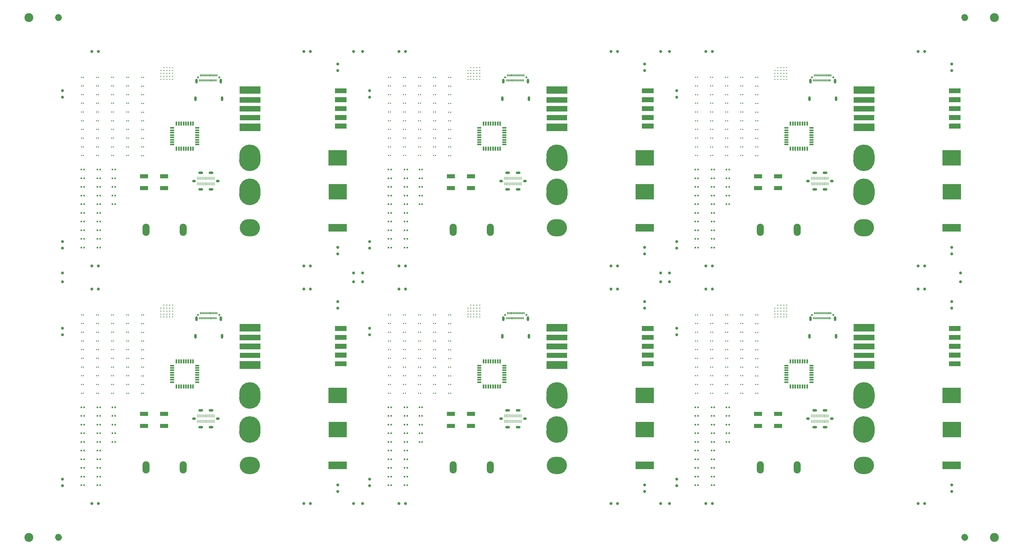
<source format=gbr>
%TF.GenerationSoftware,KiCad,Pcbnew,7.0.5*%
%TF.CreationDate,2023-09-05T09:46:38+01:00*%
%TF.ProjectId,PANELTEST141,50414e45-4c54-4455-9354-3134312e6b69,00.00*%
%TF.SameCoordinates,PX27b9fb5PYc4a79ca*%
%TF.FileFunction,Soldermask,Top*%
%TF.FilePolarity,Negative*%
%FSLAX46Y46*%
G04 Gerber Fmt 4.6, Leading zero omitted, Abs format (unit mm)*
G04 Created by KiCad (PCBNEW 7.0.5) date 2023-09-05 09:46:38*
%MOMM*%
%LPD*%
G01*
G04 APERTURE LIST*
%ADD10C,0.100000*%
%ADD11C,3.580000*%
%ADD12C,3.605000*%
%ADD13C,0.150000*%
%ADD14C,2.905000*%
%ADD15C,1.200000*%
%ADD16O,2.400000X4.100000*%
%ADD17R,2.750000X1.400000*%
%ADD18R,0.460000X0.420000*%
%ADD19C,1.000000*%
%ADD20R,0.508000X0.508000*%
%ADD21C,0.650000*%
%ADD22R,0.300000X0.700000*%
%ADD23O,0.800000X1.600000*%
%ADD24C,3.000000*%
%ADD25O,1.200000X0.900000*%
%ADD26O,1.600000X0.800000*%
%ADD27R,0.280000X1.060000*%
%ADD28C,1.498600*%
%ADD29C,1.524000*%
%ADD30R,1.475000X0.600000*%
%ADD31R,0.600000X1.475000*%
%ADD32C,0.355600*%
G04 APERTURE END LIST*
G36*
X316479871Y151360377D02*
G01*
X320419871Y151360377D01*
X320419871Y149700377D01*
X316479871Y149700377D01*
X316479871Y151360377D01*
G37*
G36*
X314319871Y31520377D02*
G01*
X320479871Y31520377D01*
X320479871Y28960377D01*
X314319871Y28960377D01*
X314319871Y31520377D01*
G37*
G36*
X212879871Y148360377D02*
G01*
X216819871Y148360377D01*
X216819871Y146700377D01*
X212879871Y146700377D01*
X212879871Y148360377D01*
G37*
G36*
X109279871Y151360377D02*
G01*
X113219871Y151360377D01*
X113219871Y149700377D01*
X109279871Y149700377D01*
X109279871Y151360377D01*
G37*
G36*
X212879871Y74240377D02*
G01*
X216819871Y74240377D01*
X216819871Y72580377D01*
X212879871Y72580377D01*
X212879871Y74240377D01*
G37*
G36*
X107119871Y111640377D02*
G01*
X113279871Y111640377D01*
X113279871Y109080377D01*
X107119871Y109080377D01*
X107119871Y111640377D01*
G37*
G36*
X314319871Y56420377D02*
G01*
X320479871Y56420377D01*
X320479871Y51260377D01*
X314319871Y51260377D01*
X314319871Y56420377D01*
G37*
G36*
X210769871Y44940377D02*
G01*
X216929871Y44940377D01*
X216929871Y39780377D01*
X210769871Y39780377D01*
X210769871Y44940377D01*
G37*
G36*
X210769871Y125060377D02*
G01*
X216929871Y125060377D01*
X216929871Y119900377D01*
X210769871Y119900377D01*
X210769871Y125060377D01*
G37*
G36*
X109279871Y74240377D02*
G01*
X113219871Y74240377D01*
X113219871Y72580377D01*
X109279871Y72580377D01*
X109279871Y74240377D01*
G37*
G36*
X109269871Y157360377D02*
G01*
X113209871Y157360377D01*
X113209871Y155700377D01*
X109269871Y155700377D01*
X109269871Y157360377D01*
G37*
G36*
X212869871Y145460377D02*
G01*
X216809871Y145460377D01*
X216809871Y143800377D01*
X212869871Y143800377D01*
X212869871Y145460377D01*
G37*
G36*
X316469871Y157360377D02*
G01*
X320409871Y157360377D01*
X320409871Y155700377D01*
X316469871Y155700377D01*
X316469871Y157360377D01*
G37*
G36*
X210719871Y31520377D02*
G01*
X216879871Y31520377D01*
X216879871Y28960377D01*
X210719871Y28960377D01*
X210719871Y31520377D01*
G37*
G36*
X316479871Y74240377D02*
G01*
X320419871Y74240377D01*
X320419871Y72580377D01*
X316479871Y72580377D01*
X316479871Y74240377D01*
G37*
G36*
X316469871Y65340377D02*
G01*
X320409871Y65340377D01*
X320409871Y63680377D01*
X316469871Y63680377D01*
X316469871Y65340377D01*
G37*
G36*
X316479871Y68240377D02*
G01*
X320419871Y68240377D01*
X320419871Y66580377D01*
X316479871Y66580377D01*
X316479871Y68240377D01*
G37*
G36*
X316479871Y71240377D02*
G01*
X320419871Y71240377D01*
X320419871Y69580377D01*
X316479871Y69580377D01*
X316479871Y71240377D01*
G37*
G36*
X212879871Y151360377D02*
G01*
X216819871Y151360377D01*
X216819871Y149700377D01*
X212879871Y149700377D01*
X212879871Y151360377D01*
G37*
G36*
X212869871Y157360377D02*
G01*
X216809871Y157360377D01*
X216809871Y155700377D01*
X212869871Y155700377D01*
X212869871Y157360377D01*
G37*
G36*
X314319871Y136540377D02*
G01*
X320479871Y136540377D01*
X320479871Y131380377D01*
X314319871Y131380377D01*
X314319871Y136540377D01*
G37*
G36*
X109279871Y68240377D02*
G01*
X113219871Y68240377D01*
X113219871Y66580377D01*
X109279871Y66580377D01*
X109279871Y68240377D01*
G37*
G36*
X316469871Y77240377D02*
G01*
X320409871Y77240377D01*
X320409871Y75580377D01*
X316469871Y75580377D01*
X316469871Y77240377D01*
G37*
G36*
X107119871Y56420377D02*
G01*
X113279871Y56420377D01*
X113279871Y51260377D01*
X107119871Y51260377D01*
X107119871Y56420377D01*
G37*
G36*
X212879871Y154360377D02*
G01*
X216819871Y154360377D01*
X216819871Y152700377D01*
X212879871Y152700377D01*
X212879871Y154360377D01*
G37*
G36*
X109279871Y148360377D02*
G01*
X113219871Y148360377D01*
X113219871Y146700377D01*
X109279871Y146700377D01*
X109279871Y148360377D01*
G37*
G36*
X316479871Y154360377D02*
G01*
X320419871Y154360377D01*
X320419871Y152700377D01*
X316479871Y152700377D01*
X316479871Y154360377D01*
G37*
G36*
X212869871Y65340377D02*
G01*
X216809871Y65340377D01*
X216809871Y63680377D01*
X212869871Y63680377D01*
X212869871Y65340377D01*
G37*
G36*
X109269871Y145460377D02*
G01*
X113209871Y145460377D01*
X113209871Y143800377D01*
X109269871Y143800377D01*
X109269871Y145460377D01*
G37*
G36*
X210719871Y111640377D02*
G01*
X216879871Y111640377D01*
X216879871Y109080377D01*
X210719871Y109080377D01*
X210719871Y111640377D01*
G37*
G36*
X210719871Y56420377D02*
G01*
X216879871Y56420377D01*
X216879871Y51260377D01*
X210719871Y51260377D01*
X210719871Y56420377D01*
G37*
G36*
X109269871Y65340377D02*
G01*
X113209871Y65340377D01*
X113209871Y63680377D01*
X109269871Y63680377D01*
X109269871Y65340377D01*
G37*
G36*
X109279871Y154360377D02*
G01*
X113219871Y154360377D01*
X113219871Y152700377D01*
X109279871Y152700377D01*
X109279871Y154360377D01*
G37*
G36*
X109279871Y71240377D02*
G01*
X113219871Y71240377D01*
X113219871Y69580377D01*
X109279871Y69580377D01*
X109279871Y71240377D01*
G37*
G36*
X212869871Y77240377D02*
G01*
X216809871Y77240377D01*
X216809871Y75580377D01*
X212869871Y75580377D01*
X212869871Y77240377D01*
G37*
G36*
X316479871Y148360377D02*
G01*
X320419871Y148360377D01*
X320419871Y146700377D01*
X316479871Y146700377D01*
X316479871Y148360377D01*
G37*
G36*
X212879871Y71240377D02*
G01*
X216819871Y71240377D01*
X216819871Y69580377D01*
X212879871Y69580377D01*
X212879871Y71240377D01*
G37*
G36*
X107169871Y125060377D02*
G01*
X113329871Y125060377D01*
X113329871Y119900377D01*
X107169871Y119900377D01*
X107169871Y125060377D01*
G37*
G36*
X314369871Y125060377D02*
G01*
X320529871Y125060377D01*
X320529871Y119900377D01*
X314369871Y119900377D01*
X314369871Y125060377D01*
G37*
G36*
X107119871Y136540377D02*
G01*
X113279871Y136540377D01*
X113279871Y131380377D01*
X107119871Y131380377D01*
X107119871Y136540377D01*
G37*
G36*
X109269871Y77240377D02*
G01*
X113209871Y77240377D01*
X113209871Y75580377D01*
X109269871Y75580377D01*
X109269871Y77240377D01*
G37*
G36*
X314319871Y111640377D02*
G01*
X320479871Y111640377D01*
X320479871Y109080377D01*
X314319871Y109080377D01*
X314319871Y111640377D01*
G37*
G36*
X107169871Y44940377D02*
G01*
X113329871Y44940377D01*
X113329871Y39780377D01*
X107169871Y39780377D01*
X107169871Y44940377D01*
G37*
G36*
X316469871Y145460377D02*
G01*
X320409871Y145460377D01*
X320409871Y143800377D01*
X316469871Y143800377D01*
X316469871Y145460377D01*
G37*
G36*
X314369871Y44940377D02*
G01*
X320529871Y44940377D01*
X320529871Y39780377D01*
X314369871Y39780377D01*
X314369871Y44940377D01*
G37*
G36*
X210719871Y136540377D02*
G01*
X216879871Y136540377D01*
X216879871Y131380377D01*
X210719871Y131380377D01*
X210719871Y136540377D01*
G37*
G36*
X212879871Y68240377D02*
G01*
X216819871Y68240377D01*
X216819871Y66580377D01*
X212879871Y66580377D01*
X212879871Y68240377D01*
G37*
G36*
X107119871Y31520377D02*
G01*
X113279871Y31520377D01*
X113279871Y28960377D01*
X107119871Y28960377D01*
X107119871Y31520377D01*
G37*
D10*
%TO.C,TAB1*%
X77179889Y68220377D02*
X83979889Y68220377D01*
X83979889Y68220377D02*
X83979889Y66560377D01*
X83979889Y66560377D02*
X77179889Y66560377D01*
X77179889Y66560377D02*
X77179889Y68220377D01*
G36*
X77179889Y68220377D02*
G01*
X83979889Y68220377D01*
X83979889Y66560377D01*
X77179889Y66560377D01*
X77179889Y68220377D01*
G37*
X84039889Y77890377D02*
X77119889Y77890377D01*
X77119889Y77890377D02*
X77119889Y75490377D01*
X77119889Y75490377D02*
X84039889Y75490377D01*
X84039889Y75490377D02*
X84039889Y77890377D01*
G36*
X84039889Y77890377D02*
G01*
X77119889Y77890377D01*
X77119889Y75490377D01*
X84039889Y75490377D01*
X84039889Y77890377D01*
G37*
X84039889Y74290377D02*
X77119889Y74290377D01*
X77119889Y74290377D02*
X77119889Y72490377D01*
X77119889Y72490377D02*
X84039889Y72490377D01*
X84039889Y72490377D02*
X84039889Y74290377D01*
G36*
X84039889Y74290377D02*
G01*
X77119889Y74290377D01*
X77119889Y72490377D01*
X84039889Y72490377D01*
X84039889Y74290377D01*
G37*
X84039889Y71290377D02*
X77119889Y71290377D01*
X77119889Y71290377D02*
X77119889Y69490377D01*
X77119889Y69490377D02*
X84039889Y69490377D01*
X84039889Y69490377D02*
X84039889Y71290377D01*
G36*
X84039889Y71290377D02*
G01*
X77119889Y71290377D01*
X77119889Y69490377D01*
X84039889Y69490377D01*
X84039889Y71290377D01*
G37*
X84049889Y65400377D02*
X77119889Y65400377D01*
X77119889Y65400377D02*
X77119889Y62890377D01*
X77119889Y62890377D02*
X84049889Y62890377D01*
X84049889Y62890377D02*
X84049889Y65400377D01*
G36*
X84049889Y65400377D02*
G01*
X77119889Y65400377D01*
X77119889Y62890377D01*
X84049889Y62890377D01*
X84049889Y65400377D01*
G37*
%TO.C,TAB2*%
X180649889Y134862877D02*
X187709889Y134862877D01*
X187709889Y134862877D02*
X187709889Y133082877D01*
X187709889Y133082877D02*
X180649889Y133082877D01*
X180649889Y133082877D02*
X180649889Y134862877D01*
G36*
X180649889Y134862877D02*
G01*
X187709889Y134862877D01*
X187709889Y133082877D01*
X180649889Y133082877D01*
X180649889Y134862877D01*
G37*
D11*
X185969889Y134862877D02*
G75*
G03*
X185969889Y134862877I-1790000J0D01*
G01*
D12*
X185982389Y133082877D02*
G75*
G03*
X185982389Y133082877I-1802500J0D01*
G01*
D13*
%TO.C,TAB4*%
X287249889Y33070377D02*
X288309889Y33070377D01*
X288309889Y33070377D02*
X288309889Y27410377D01*
X288309889Y27410377D02*
X287249889Y27410377D01*
X287249889Y27410377D02*
X287249889Y33070377D01*
G36*
X287249889Y33070377D02*
G01*
X288309889Y33070377D01*
X288309889Y27410377D01*
X287249889Y27410377D01*
X287249889Y33070377D01*
G37*
D14*
X288702389Y30240377D02*
G75*
G03*
X288702389Y30240377I-1452500J0D01*
G01*
X289762389Y30240377D02*
G75*
G03*
X289762389Y30240377I-1452500J0D01*
G01*
D10*
%TO.C,TAB3*%
X77049889Y123392877D02*
X84109889Y123392877D01*
X84109889Y123392877D02*
X84109889Y121612877D01*
X84109889Y121612877D02*
X77049889Y121612877D01*
X77049889Y121612877D02*
X77049889Y123392877D01*
G36*
X77049889Y123392877D02*
G01*
X84109889Y123392877D01*
X84109889Y121612877D01*
X77049889Y121612877D01*
X77049889Y123392877D01*
G37*
D11*
X82369889Y123392877D02*
G75*
G03*
X82369889Y123392877I-1790000J0D01*
G01*
D12*
X82382389Y121612877D02*
G75*
G03*
X82382389Y121612877I-1802500J0D01*
G01*
D13*
%TO.C,TAB4*%
X80049889Y113190377D02*
X81109889Y113190377D01*
X81109889Y113190377D02*
X81109889Y107530377D01*
X81109889Y107530377D02*
X80049889Y107530377D01*
X80049889Y107530377D02*
X80049889Y113190377D01*
G36*
X80049889Y113190377D02*
G01*
X81109889Y113190377D01*
X81109889Y107530377D01*
X80049889Y107530377D01*
X80049889Y113190377D01*
G37*
D14*
X81502389Y110360377D02*
G75*
G03*
X81502389Y110360377I-1452500J0D01*
G01*
X82562389Y110360377D02*
G75*
G03*
X82562389Y110360377I-1452500J0D01*
G01*
D10*
%TO.C,TAB3*%
X77049889Y43272877D02*
X84109889Y43272877D01*
X84109889Y43272877D02*
X84109889Y41492877D01*
X84109889Y41492877D02*
X77049889Y41492877D01*
X77049889Y41492877D02*
X77049889Y43272877D01*
G36*
X77049889Y43272877D02*
G01*
X84109889Y43272877D01*
X84109889Y41492877D01*
X77049889Y41492877D01*
X77049889Y43272877D01*
G37*
D11*
X82369889Y43272877D02*
G75*
G03*
X82369889Y43272877I-1790000J0D01*
G01*
D12*
X82382389Y41492877D02*
G75*
G03*
X82382389Y41492877I-1802500J0D01*
G01*
D13*
%TO.C,TAB4*%
X183649889Y33070377D02*
X184709889Y33070377D01*
X184709889Y33070377D02*
X184709889Y27410377D01*
X184709889Y27410377D02*
X183649889Y27410377D01*
X183649889Y27410377D02*
X183649889Y33070377D01*
G36*
X183649889Y33070377D02*
G01*
X184709889Y33070377D01*
X184709889Y27410377D01*
X183649889Y27410377D01*
X183649889Y33070377D01*
G37*
D14*
X185102389Y30240377D02*
G75*
G03*
X185102389Y30240377I-1452500J0D01*
G01*
X186162389Y30240377D02*
G75*
G03*
X186162389Y30240377I-1452500J0D01*
G01*
D10*
%TO.C,TAB3*%
X180649889Y43272877D02*
X187709889Y43272877D01*
X187709889Y43272877D02*
X187709889Y41492877D01*
X187709889Y41492877D02*
X180649889Y41492877D01*
X180649889Y41492877D02*
X180649889Y43272877D01*
G36*
X180649889Y43272877D02*
G01*
X187709889Y43272877D01*
X187709889Y41492877D01*
X180649889Y41492877D01*
X180649889Y43272877D01*
G37*
D11*
X185969889Y43272877D02*
G75*
G03*
X185969889Y43272877I-1790000J0D01*
G01*
D12*
X185982389Y41492877D02*
G75*
G03*
X185982389Y41492877I-1802500J0D01*
G01*
D10*
%TO.C,TAB2*%
X180649889Y54742877D02*
X187709889Y54742877D01*
X187709889Y54742877D02*
X187709889Y52962877D01*
X187709889Y52962877D02*
X180649889Y52962877D01*
X180649889Y52962877D02*
X180649889Y54742877D01*
G36*
X180649889Y54742877D02*
G01*
X187709889Y54742877D01*
X187709889Y52962877D01*
X180649889Y52962877D01*
X180649889Y54742877D01*
G37*
D11*
X185969889Y54742877D02*
G75*
G03*
X185969889Y54742877I-1790000J0D01*
G01*
D12*
X185982389Y52962877D02*
G75*
G03*
X185982389Y52962877I-1802500J0D01*
G01*
%TO.C,REF\u002A\u002A*%
D15*
X16599871Y181230377D02*
G75*
G03*
X16599871Y181230377I-600000J0D01*
G01*
X322399871Y181230377D02*
G75*
G03*
X322399871Y181230377I-600000J0D01*
G01*
D10*
%TO.C,TAB3*%
X180649889Y123392877D02*
X187709889Y123392877D01*
X187709889Y123392877D02*
X187709889Y121612877D01*
X187709889Y121612877D02*
X180649889Y121612877D01*
X180649889Y121612877D02*
X180649889Y123392877D01*
G36*
X180649889Y123392877D02*
G01*
X187709889Y123392877D01*
X187709889Y121612877D01*
X180649889Y121612877D01*
X180649889Y123392877D01*
G37*
D11*
X185969889Y123392877D02*
G75*
G03*
X185969889Y123392877I-1790000J0D01*
G01*
D12*
X185982389Y121612877D02*
G75*
G03*
X185982389Y121612877I-1802500J0D01*
G01*
D10*
%TO.C,TAB2*%
X284249889Y134862877D02*
X291309889Y134862877D01*
X291309889Y134862877D02*
X291309889Y133082877D01*
X291309889Y133082877D02*
X284249889Y133082877D01*
X284249889Y133082877D02*
X284249889Y134862877D01*
G36*
X284249889Y134862877D02*
G01*
X291309889Y134862877D01*
X291309889Y133082877D01*
X284249889Y133082877D01*
X284249889Y134862877D01*
G37*
D11*
X289569889Y134862877D02*
G75*
G03*
X289569889Y134862877I-1790000J0D01*
G01*
D12*
X289582389Y133082877D02*
G75*
G03*
X289582389Y133082877I-1802500J0D01*
G01*
D10*
X284249889Y54742877D02*
X291309889Y54742877D01*
X291309889Y54742877D02*
X291309889Y52962877D01*
X291309889Y52962877D02*
X284249889Y52962877D01*
X284249889Y52962877D02*
X284249889Y54742877D01*
G36*
X284249889Y54742877D02*
G01*
X291309889Y54742877D01*
X291309889Y52962877D01*
X284249889Y52962877D01*
X284249889Y54742877D01*
G37*
D11*
X289569889Y54742877D02*
G75*
G03*
X289569889Y54742877I-1790000J0D01*
G01*
D12*
X289582389Y52962877D02*
G75*
G03*
X289582389Y52962877I-1802500J0D01*
G01*
D13*
%TO.C,TAB4*%
X183649889Y113190377D02*
X184709889Y113190377D01*
X184709889Y113190377D02*
X184709889Y107530377D01*
X184709889Y107530377D02*
X183649889Y107530377D01*
X183649889Y107530377D02*
X183649889Y113190377D01*
G36*
X183649889Y113190377D02*
G01*
X184709889Y113190377D01*
X184709889Y107530377D01*
X183649889Y107530377D01*
X183649889Y113190377D01*
G37*
D14*
X185102389Y110360377D02*
G75*
G03*
X185102389Y110360377I-1452500J0D01*
G01*
X186162389Y110360377D02*
G75*
G03*
X186162389Y110360377I-1452500J0D01*
G01*
D10*
%TO.C,TAB2*%
X77049889Y54742877D02*
X84109889Y54742877D01*
X84109889Y54742877D02*
X84109889Y52962877D01*
X84109889Y52962877D02*
X77049889Y52962877D01*
X77049889Y52962877D02*
X77049889Y54742877D01*
G36*
X77049889Y54742877D02*
G01*
X84109889Y54742877D01*
X84109889Y52962877D01*
X77049889Y52962877D01*
X77049889Y54742877D01*
G37*
D11*
X82369889Y54742877D02*
G75*
G03*
X82369889Y54742877I-1790000J0D01*
G01*
D12*
X82382389Y52962877D02*
G75*
G03*
X82382389Y52962877I-1802500J0D01*
G01*
D10*
%TO.C,TAB1*%
X284379889Y68220377D02*
X291179889Y68220377D01*
X291179889Y68220377D02*
X291179889Y66560377D01*
X291179889Y66560377D02*
X284379889Y66560377D01*
X284379889Y66560377D02*
X284379889Y68220377D01*
G36*
X284379889Y68220377D02*
G01*
X291179889Y68220377D01*
X291179889Y66560377D01*
X284379889Y66560377D01*
X284379889Y68220377D01*
G37*
X291239889Y77890377D02*
X284319889Y77890377D01*
X284319889Y77890377D02*
X284319889Y75490377D01*
X284319889Y75490377D02*
X291239889Y75490377D01*
X291239889Y75490377D02*
X291239889Y77890377D01*
G36*
X291239889Y77890377D02*
G01*
X284319889Y77890377D01*
X284319889Y75490377D01*
X291239889Y75490377D01*
X291239889Y77890377D01*
G37*
X291239889Y74290377D02*
X284319889Y74290377D01*
X284319889Y74290377D02*
X284319889Y72490377D01*
X284319889Y72490377D02*
X291239889Y72490377D01*
X291239889Y72490377D02*
X291239889Y74290377D01*
G36*
X291239889Y74290377D02*
G01*
X284319889Y74290377D01*
X284319889Y72490377D01*
X291239889Y72490377D01*
X291239889Y74290377D01*
G37*
X291239889Y71290377D02*
X284319889Y71290377D01*
X284319889Y71290377D02*
X284319889Y69490377D01*
X284319889Y69490377D02*
X291239889Y69490377D01*
X291239889Y69490377D02*
X291239889Y71290377D01*
G36*
X291239889Y71290377D02*
G01*
X284319889Y71290377D01*
X284319889Y69490377D01*
X291239889Y69490377D01*
X291239889Y71290377D01*
G37*
X291249889Y65400377D02*
X284319889Y65400377D01*
X284319889Y65400377D02*
X284319889Y62890377D01*
X284319889Y62890377D02*
X291249889Y62890377D01*
X291249889Y62890377D02*
X291249889Y65400377D01*
G36*
X291249889Y65400377D02*
G01*
X284319889Y65400377D01*
X284319889Y62890377D01*
X291249889Y62890377D01*
X291249889Y65400377D01*
G37*
X180779889Y68220377D02*
X187579889Y68220377D01*
X187579889Y68220377D02*
X187579889Y66560377D01*
X187579889Y66560377D02*
X180779889Y66560377D01*
X180779889Y66560377D02*
X180779889Y68220377D01*
G36*
X180779889Y68220377D02*
G01*
X187579889Y68220377D01*
X187579889Y66560377D01*
X180779889Y66560377D01*
X180779889Y68220377D01*
G37*
X187639889Y77890377D02*
X180719889Y77890377D01*
X180719889Y77890377D02*
X180719889Y75490377D01*
X180719889Y75490377D02*
X187639889Y75490377D01*
X187639889Y75490377D02*
X187639889Y77890377D01*
G36*
X187639889Y77890377D02*
G01*
X180719889Y77890377D01*
X180719889Y75490377D01*
X187639889Y75490377D01*
X187639889Y77890377D01*
G37*
X187639889Y74290377D02*
X180719889Y74290377D01*
X180719889Y74290377D02*
X180719889Y72490377D01*
X180719889Y72490377D02*
X187639889Y72490377D01*
X187639889Y72490377D02*
X187639889Y74290377D01*
G36*
X187639889Y74290377D02*
G01*
X180719889Y74290377D01*
X180719889Y72490377D01*
X187639889Y72490377D01*
X187639889Y74290377D01*
G37*
X187639889Y71290377D02*
X180719889Y71290377D01*
X180719889Y71290377D02*
X180719889Y69490377D01*
X180719889Y69490377D02*
X187639889Y69490377D01*
X187639889Y69490377D02*
X187639889Y71290377D01*
G36*
X187639889Y71290377D02*
G01*
X180719889Y71290377D01*
X180719889Y69490377D01*
X187639889Y69490377D01*
X187639889Y71290377D01*
G37*
X187649889Y65400377D02*
X180719889Y65400377D01*
X180719889Y65400377D02*
X180719889Y62890377D01*
X180719889Y62890377D02*
X187649889Y62890377D01*
X187649889Y62890377D02*
X187649889Y65400377D01*
G36*
X187649889Y65400377D02*
G01*
X180719889Y65400377D01*
X180719889Y62890377D01*
X187649889Y62890377D01*
X187649889Y65400377D01*
G37*
%TO.C,TAB2*%
X77049889Y134862877D02*
X84109889Y134862877D01*
X84109889Y134862877D02*
X84109889Y133082877D01*
X84109889Y133082877D02*
X77049889Y133082877D01*
X77049889Y133082877D02*
X77049889Y134862877D01*
G36*
X77049889Y134862877D02*
G01*
X84109889Y134862877D01*
X84109889Y133082877D01*
X77049889Y133082877D01*
X77049889Y134862877D01*
G37*
D11*
X82369889Y134862877D02*
G75*
G03*
X82369889Y134862877I-1790000J0D01*
G01*
D12*
X82382389Y133082877D02*
G75*
G03*
X82382389Y133082877I-1802500J0D01*
G01*
%TO.C,REF\u002A\u002A*%
D15*
X322399871Y5990377D02*
G75*
G03*
X322399871Y5990377I-600000J0D01*
G01*
D13*
%TO.C,TAB4*%
X287249889Y113190377D02*
X288309889Y113190377D01*
X288309889Y113190377D02*
X288309889Y107530377D01*
X288309889Y107530377D02*
X287249889Y107530377D01*
X287249889Y107530377D02*
X287249889Y113190377D01*
G36*
X287249889Y113190377D02*
G01*
X288309889Y113190377D01*
X288309889Y107530377D01*
X287249889Y107530377D01*
X287249889Y113190377D01*
G37*
D14*
X288702389Y110360377D02*
G75*
G03*
X288702389Y110360377I-1452500J0D01*
G01*
X289762389Y110360377D02*
G75*
G03*
X289762389Y110360377I-1452500J0D01*
G01*
D10*
%TO.C,TAB3*%
X284249889Y123392877D02*
X291309889Y123392877D01*
X291309889Y123392877D02*
X291309889Y121612877D01*
X291309889Y121612877D02*
X284249889Y121612877D01*
X284249889Y121612877D02*
X284249889Y123392877D01*
G36*
X284249889Y123392877D02*
G01*
X291309889Y123392877D01*
X291309889Y121612877D01*
X284249889Y121612877D01*
X284249889Y123392877D01*
G37*
D11*
X289569889Y123392877D02*
G75*
G03*
X289569889Y123392877I-1790000J0D01*
G01*
D12*
X289582389Y121612877D02*
G75*
G03*
X289582389Y121612877I-1802500J0D01*
G01*
D10*
%TO.C,TAB1*%
X180779889Y148340377D02*
X187579889Y148340377D01*
X187579889Y148340377D02*
X187579889Y146680377D01*
X187579889Y146680377D02*
X180779889Y146680377D01*
X180779889Y146680377D02*
X180779889Y148340377D01*
G36*
X180779889Y148340377D02*
G01*
X187579889Y148340377D01*
X187579889Y146680377D01*
X180779889Y146680377D01*
X180779889Y148340377D01*
G37*
X187639889Y158010377D02*
X180719889Y158010377D01*
X180719889Y158010377D02*
X180719889Y155610377D01*
X180719889Y155610377D02*
X187639889Y155610377D01*
X187639889Y155610377D02*
X187639889Y158010377D01*
G36*
X187639889Y158010377D02*
G01*
X180719889Y158010377D01*
X180719889Y155610377D01*
X187639889Y155610377D01*
X187639889Y158010377D01*
G37*
X187639889Y154410377D02*
X180719889Y154410377D01*
X180719889Y154410377D02*
X180719889Y152610377D01*
X180719889Y152610377D02*
X187639889Y152610377D01*
X187639889Y152610377D02*
X187639889Y154410377D01*
G36*
X187639889Y154410377D02*
G01*
X180719889Y154410377D01*
X180719889Y152610377D01*
X187639889Y152610377D01*
X187639889Y154410377D01*
G37*
X187639889Y151410377D02*
X180719889Y151410377D01*
X180719889Y151410377D02*
X180719889Y149610377D01*
X180719889Y149610377D02*
X187639889Y149610377D01*
X187639889Y149610377D02*
X187639889Y151410377D01*
G36*
X187639889Y151410377D02*
G01*
X180719889Y151410377D01*
X180719889Y149610377D01*
X187639889Y149610377D01*
X187639889Y151410377D01*
G37*
X187649889Y145520377D02*
X180719889Y145520377D01*
X180719889Y145520377D02*
X180719889Y143010377D01*
X180719889Y143010377D02*
X187649889Y143010377D01*
X187649889Y143010377D02*
X187649889Y145520377D01*
G36*
X187649889Y145520377D02*
G01*
X180719889Y145520377D01*
X180719889Y143010377D01*
X187649889Y143010377D01*
X187649889Y145520377D01*
G37*
D13*
%TO.C,TAB4*%
X80049889Y33070377D02*
X81109889Y33070377D01*
X81109889Y33070377D02*
X81109889Y27410377D01*
X81109889Y27410377D02*
X80049889Y27410377D01*
X80049889Y27410377D02*
X80049889Y33070377D01*
G36*
X80049889Y33070377D02*
G01*
X81109889Y33070377D01*
X81109889Y27410377D01*
X80049889Y27410377D01*
X80049889Y33070377D01*
G37*
D14*
X81502389Y30240377D02*
G75*
G03*
X81502389Y30240377I-1452500J0D01*
G01*
X82562389Y30240377D02*
G75*
G03*
X82562389Y30240377I-1452500J0D01*
G01*
%TO.C,REF\u002A\u002A*%
D15*
X16599871Y5990377D02*
G75*
G03*
X16599871Y5990377I-600000J0D01*
G01*
D10*
%TO.C,TAB1*%
X77179889Y148340377D02*
X83979889Y148340377D01*
X83979889Y148340377D02*
X83979889Y146680377D01*
X83979889Y146680377D02*
X77179889Y146680377D01*
X77179889Y146680377D02*
X77179889Y148340377D01*
G36*
X77179889Y148340377D02*
G01*
X83979889Y148340377D01*
X83979889Y146680377D01*
X77179889Y146680377D01*
X77179889Y148340377D01*
G37*
X84039889Y158010377D02*
X77119889Y158010377D01*
X77119889Y158010377D02*
X77119889Y155610377D01*
X77119889Y155610377D02*
X84039889Y155610377D01*
X84039889Y155610377D02*
X84039889Y158010377D01*
G36*
X84039889Y158010377D02*
G01*
X77119889Y158010377D01*
X77119889Y155610377D01*
X84039889Y155610377D01*
X84039889Y158010377D01*
G37*
X84039889Y154410377D02*
X77119889Y154410377D01*
X77119889Y154410377D02*
X77119889Y152610377D01*
X77119889Y152610377D02*
X84039889Y152610377D01*
X84039889Y152610377D02*
X84039889Y154410377D01*
G36*
X84039889Y154410377D02*
G01*
X77119889Y154410377D01*
X77119889Y152610377D01*
X84039889Y152610377D01*
X84039889Y154410377D01*
G37*
X84039889Y151410377D02*
X77119889Y151410377D01*
X77119889Y151410377D02*
X77119889Y149610377D01*
X77119889Y149610377D02*
X84039889Y149610377D01*
X84039889Y149610377D02*
X84039889Y151410377D01*
G36*
X84039889Y151410377D02*
G01*
X77119889Y151410377D01*
X77119889Y149610377D01*
X84039889Y149610377D01*
X84039889Y151410377D01*
G37*
X84049889Y145520377D02*
X77119889Y145520377D01*
X77119889Y145520377D02*
X77119889Y143010377D01*
X77119889Y143010377D02*
X84049889Y143010377D01*
X84049889Y143010377D02*
X84049889Y145520377D01*
G36*
X84049889Y145520377D02*
G01*
X77119889Y145520377D01*
X77119889Y143010377D01*
X84049889Y143010377D01*
X84049889Y145520377D01*
G37*
%TO.C,TAB3*%
X284249889Y43272877D02*
X291309889Y43272877D01*
X291309889Y43272877D02*
X291309889Y41492877D01*
X291309889Y41492877D02*
X284249889Y41492877D01*
X284249889Y41492877D02*
X284249889Y43272877D01*
G36*
X284249889Y43272877D02*
G01*
X291309889Y43272877D01*
X291309889Y41492877D01*
X284249889Y41492877D01*
X284249889Y43272877D01*
G37*
D11*
X289569889Y43272877D02*
G75*
G03*
X289569889Y43272877I-1790000J0D01*
G01*
D12*
X289582389Y41492877D02*
G75*
G03*
X289582389Y41492877I-1802500J0D01*
G01*
D10*
%TO.C,TAB1*%
X284379889Y148340377D02*
X291179889Y148340377D01*
X291179889Y148340377D02*
X291179889Y146680377D01*
X291179889Y146680377D02*
X284379889Y146680377D01*
X284379889Y146680377D02*
X284379889Y148340377D01*
G36*
X284379889Y148340377D02*
G01*
X291179889Y148340377D01*
X291179889Y146680377D01*
X284379889Y146680377D01*
X284379889Y148340377D01*
G37*
X291239889Y158010377D02*
X284319889Y158010377D01*
X284319889Y158010377D02*
X284319889Y155610377D01*
X284319889Y155610377D02*
X291239889Y155610377D01*
X291239889Y155610377D02*
X291239889Y158010377D01*
G36*
X291239889Y158010377D02*
G01*
X284319889Y158010377D01*
X284319889Y155610377D01*
X291239889Y155610377D01*
X291239889Y158010377D01*
G37*
X291239889Y154410377D02*
X284319889Y154410377D01*
X284319889Y154410377D02*
X284319889Y152610377D01*
X284319889Y152610377D02*
X291239889Y152610377D01*
X291239889Y152610377D02*
X291239889Y154410377D01*
G36*
X291239889Y154410377D02*
G01*
X284319889Y154410377D01*
X284319889Y152610377D01*
X291239889Y152610377D01*
X291239889Y154410377D01*
G37*
X291239889Y151410377D02*
X284319889Y151410377D01*
X284319889Y151410377D02*
X284319889Y149610377D01*
X284319889Y149610377D02*
X291239889Y149610377D01*
X291239889Y149610377D02*
X291239889Y151410377D01*
G36*
X291239889Y151410377D02*
G01*
X284319889Y151410377D01*
X284319889Y149610377D01*
X291239889Y149610377D01*
X291239889Y151410377D01*
G37*
X291249889Y145520377D02*
X284319889Y145520377D01*
X284319889Y145520377D02*
X284319889Y143010377D01*
X284319889Y143010377D02*
X291249889Y143010377D01*
X291249889Y143010377D02*
X291249889Y145520377D01*
G36*
X291249889Y145520377D02*
G01*
X284319889Y145520377D01*
X284319889Y143010377D01*
X291249889Y143010377D01*
X291249889Y145520377D01*
G37*
%TD*%
D16*
%TO.C,L1*%
X252791489Y29597041D03*
X265291489Y29597041D03*
%TD*%
D17*
%TO.C,SW1*%
X252066495Y47585069D03*
X258816482Y47585069D03*
X252066495Y43585077D03*
X258816482Y43585077D03*
%TD*%
D16*
%TO.C,L1*%
X149191489Y29597041D03*
X161691489Y29597041D03*
%TD*%
D17*
%TO.C,SW1*%
X148466495Y47585069D03*
X155216482Y47585069D03*
X148466495Y43585077D03*
X155216482Y43585077D03*
%TD*%
D16*
%TO.C,L1*%
X45591489Y29597041D03*
X58091489Y29597041D03*
%TD*%
D17*
%TO.C,SW1*%
X44866495Y47585069D03*
X51616482Y47585069D03*
X44866495Y43585077D03*
X51616482Y43585077D03*
%TD*%
D16*
%TO.C,L1*%
X45591489Y109717041D03*
X58091489Y109717041D03*
%TD*%
D17*
%TO.C,SW1*%
X44866495Y127705069D03*
X51616482Y127705069D03*
X44866495Y123705077D03*
X51616482Y123705077D03*
%TD*%
D16*
%TO.C,L1*%
X149191489Y109717041D03*
X161691489Y109717041D03*
%TD*%
D17*
%TO.C,SW1*%
X148466495Y127705069D03*
X155216482Y127705069D03*
X148466495Y123705077D03*
X155216482Y123705077D03*
%TD*%
D16*
%TO.C,L1*%
X252791489Y109717041D03*
X265291489Y109717041D03*
%TD*%
D17*
%TO.C,SW1*%
X252066495Y127705069D03*
X258816482Y127705069D03*
X252066495Y123705077D03*
X258816482Y123705077D03*
%TD*%
D18*
%TO.C,R12*%
X236044299Y158174079D03*
X236704299Y158174079D03*
%TD*%
%TO.C,R43*%
X147681871Y75079263D03*
X148341871Y75079263D03*
%TD*%
%TO.C,R10*%
X23765109Y54590377D03*
X24425109Y54590377D03*
%TD*%
D19*
%TO.C,REF\u002A\u002A*%
X110199871Y165580377D03*
%TD*%
D20*
%TO.C,R112*%
X132759871Y127050377D03*
X133674871Y127050377D03*
%TD*%
D18*
%TO.C,R27*%
X241123489Y143509269D03*
X241783489Y143509269D03*
%TD*%
D20*
%TO.C,R104*%
X127319871Y121210377D03*
X128234871Y121210377D03*
%TD*%
D19*
%TO.C,REF\u002A\u002A*%
X202449871Y169830377D03*
%TD*%
D18*
%TO.C,R2*%
X230965109Y78054079D03*
X231625109Y78054079D03*
%TD*%
%TO.C,R18*%
X28844299Y60456307D03*
X29504299Y60456307D03*
%TD*%
%TO.C,R26*%
X137523489Y146442231D03*
X138183489Y146442231D03*
%TD*%
%TO.C,R36*%
X142602679Y66322231D03*
X143262679Y66322231D03*
%TD*%
%TO.C,R32*%
X39002679Y158174079D03*
X39662679Y158174079D03*
%TD*%
%TO.C,R39*%
X39002679Y137643345D03*
X39662679Y137643345D03*
%TD*%
%TO.C,R3*%
X230965109Y75121117D03*
X231625109Y75121117D03*
%TD*%
D20*
%TO.C,R114*%
X29159871Y41090377D03*
X30074871Y41090377D03*
%TD*%
D18*
%TO.C,R11*%
X132444299Y80987041D03*
X133104299Y80987041D03*
%TD*%
%TO.C,R7*%
X127365109Y63389269D03*
X128025109Y63389269D03*
%TD*%
D19*
%TO.C,REF\u002A\u002A*%
X120999871Y25590377D03*
%TD*%
D20*
%TO.C,R116*%
X29159871Y115370377D03*
X30074871Y115370377D03*
%TD*%
D18*
%TO.C,R40*%
X142602679Y134710377D03*
X143262679Y134710377D03*
%TD*%
D19*
%TO.C,REF\u002A\u002A*%
X120999871Y76480377D03*
%TD*%
D18*
%TO.C,R44*%
X44081871Y72146301D03*
X44741871Y72146301D03*
%TD*%
%TO.C,R25*%
X137523489Y69255193D03*
X138183489Y69255193D03*
%TD*%
D19*
%TO.C,REF\u002A\u002A*%
X219199871Y92110377D03*
%TD*%
D18*
%TO.C,R45*%
X251281871Y149333339D03*
X251941871Y149333339D03*
%TD*%
%TO.C,R23*%
X137523489Y75121117D03*
X138183489Y75121117D03*
%TD*%
%TO.C,R12*%
X28844299Y78054079D03*
X29504299Y78054079D03*
%TD*%
%TO.C,R14*%
X132444299Y152308155D03*
X133104299Y152308155D03*
%TD*%
D20*
%TO.C,R123*%
X34206633Y124130377D03*
X35121633Y124130377D03*
%TD*%
%TO.C,R103*%
X23719871Y124130377D03*
X24634871Y124130377D03*
%TD*%
%TO.C,R104*%
X23719871Y121210377D03*
X24634871Y121210377D03*
%TD*%
%TO.C,R114*%
X132759871Y121210377D03*
X133674871Y121210377D03*
%TD*%
%TO.C,R125*%
X34206633Y38170377D03*
X35121633Y38170377D03*
%TD*%
D21*
%TO.C,J1*%
X166691489Y161059541D03*
X173891489Y161059541D03*
D22*
X167541489Y161719541D03*
X168041489Y161719541D03*
X168541489Y161719541D03*
X169041489Y161719541D03*
X169541489Y161719541D03*
X170041489Y161719541D03*
X170541489Y161719541D03*
X171041489Y161719541D03*
X171541489Y161719541D03*
X172041489Y161719541D03*
X172541489Y161719541D03*
X173041489Y161719541D03*
X172791489Y160019541D03*
X172291489Y160019541D03*
X171791489Y160019541D03*
X171291489Y160019541D03*
X170791489Y160019541D03*
X170291489Y160019541D03*
X169791489Y160019541D03*
X169291489Y160019541D03*
X168791489Y160019541D03*
X168291489Y160019541D03*
X167791489Y160019541D03*
X167291489Y160019541D03*
D23*
X166161489Y159809541D03*
X174421489Y159809541D03*
X174781489Y153859541D03*
X165801489Y153859541D03*
%TD*%
D20*
%TO.C,R121*%
X34209871Y129970377D03*
X35124871Y129970377D03*
%TD*%
%TO.C,R125*%
X34206633Y118290377D03*
X35121633Y118290377D03*
%TD*%
D24*
%TO.C,REF\u002A\u002A*%
X5999871Y181230377D03*
%TD*%
D18*
%TO.C,R9*%
X127365109Y137643345D03*
X128025109Y137643345D03*
%TD*%
D20*
%TO.C,R114*%
X236359871Y121210377D03*
X237274871Y121210377D03*
%TD*%
%TO.C,R103*%
X230919871Y124130377D03*
X231834871Y124130377D03*
%TD*%
D19*
%TO.C,REF\u002A\u002A*%
X213799871Y103760377D03*
%TD*%
D18*
%TO.C,R16*%
X28844299Y146442231D03*
X29504299Y146442231D03*
%TD*%
D20*
%TO.C,R119*%
X29159871Y106610377D03*
X30074871Y106610377D03*
%TD*%
D18*
%TO.C,R12*%
X28844299Y158174079D03*
X29504299Y158174079D03*
%TD*%
%TO.C,R19*%
X132444299Y137643345D03*
X133104299Y137643345D03*
%TD*%
%TO.C,R10*%
X230965109Y54590377D03*
X231625109Y54590377D03*
%TD*%
D19*
%TO.C,REF\u002A\u002A*%
X120999871Y156600377D03*
%TD*%
D18*
%TO.C,R41*%
X44081871Y161065187D03*
X44741871Y161065187D03*
%TD*%
%TO.C,R4*%
X230965109Y72188155D03*
X231625109Y72188155D03*
%TD*%
D25*
%TO.C,J2*%
X268941497Y126087041D03*
D26*
X271201489Y128887041D03*
X271201489Y123287041D03*
X274701489Y128887041D03*
X274701489Y123287041D03*
D25*
X276961481Y126087041D03*
D27*
X275701484Y127017039D03*
X275201485Y127017039D03*
X274701486Y127017039D03*
X274201487Y127017039D03*
X273701488Y127017039D03*
X273201489Y127017039D03*
X272701489Y127017039D03*
X272201490Y127017039D03*
X271701491Y127017039D03*
X271201492Y127017039D03*
X270701493Y127017039D03*
X270201494Y127017039D03*
X270201494Y125157043D03*
X270701493Y125157043D03*
X271201492Y125157043D03*
X271701491Y125157043D03*
X272201490Y125157043D03*
X272701489Y125157043D03*
X273201489Y125157043D03*
X273701488Y125157043D03*
X274201487Y125157043D03*
X274701486Y125157043D03*
X275201485Y125157043D03*
X275701484Y125157043D03*
%TD*%
D28*
%TO.C,TAB1*%
X78014889Y76450377D03*
X78014889Y73410377D03*
X78014889Y70380377D03*
X78014889Y67380377D03*
X78014889Y64510377D03*
D29*
X79679889Y76450377D03*
X79679889Y73410377D03*
X79679889Y70380377D03*
X79679889Y67380377D03*
X79679889Y64510377D03*
X81479889Y76450377D03*
X81479889Y73410377D03*
X81479889Y70380377D03*
X81479889Y67380377D03*
X81479889Y64510377D03*
D28*
X83144889Y76450377D03*
X83144889Y73410377D03*
X83144889Y70380377D03*
X83144889Y67380377D03*
X83144889Y64510377D03*
%TD*%
D18*
%TO.C,R43*%
X251281871Y75079263D03*
X251941871Y75079263D03*
%TD*%
D20*
%TO.C,R122*%
X241406633Y46930377D03*
X242321633Y46930377D03*
%TD*%
D19*
%TO.C,REF\u002A\u002A*%
X222199871Y169830377D03*
%TD*%
D18*
%TO.C,R26*%
X241123489Y146442231D03*
X241783489Y146442231D03*
%TD*%
D20*
%TO.C,R117*%
X29159871Y112450377D03*
X30074871Y112450377D03*
%TD*%
D19*
%TO.C,REF\u002A\u002A*%
X224599871Y156600377D03*
%TD*%
D18*
%TO.C,R32*%
X39002679Y78054079D03*
X39662679Y78054079D03*
%TD*%
D20*
%TO.C,R123*%
X241406633Y124130377D03*
X242321633Y124130377D03*
%TD*%
D18*
%TO.C,R34*%
X142602679Y152308155D03*
X143262679Y152308155D03*
%TD*%
D20*
%TO.C,R125*%
X241406633Y38170377D03*
X242321633Y38170377D03*
%TD*%
D18*
%TO.C,R26*%
X137523489Y66322231D03*
X138183489Y66322231D03*
%TD*%
%TO.C,R10*%
X127365109Y134710377D03*
X128025109Y134710377D03*
%TD*%
%TO.C,R50*%
X147681871Y54548523D03*
X148341871Y54548523D03*
%TD*%
D20*
%TO.C,R116*%
X236359871Y35250377D03*
X237274871Y35250377D03*
%TD*%
D18*
%TO.C,R3*%
X127365109Y75121117D03*
X128025109Y75121117D03*
%TD*%
D17*
%TO.C,SW1*%
X252066495Y47585069D03*
X258816482Y47585069D03*
X252066495Y43585077D03*
X258816482Y43585077D03*
%TD*%
D20*
%TO.C,R108*%
X23719871Y109530377D03*
X24634871Y109530377D03*
%TD*%
%TO.C,R114*%
X132759871Y41090377D03*
X133674871Y41090377D03*
%TD*%
%TO.C,R107*%
X230919871Y112450377D03*
X231834871Y112450377D03*
%TD*%
D18*
%TO.C,R22*%
X33923489Y158174079D03*
X34583489Y158174079D03*
%TD*%
%TO.C,R34*%
X142602679Y72188155D03*
X143262679Y72188155D03*
%TD*%
D20*
%TO.C,R113*%
X132759871Y124130377D03*
X133674871Y124130377D03*
%TD*%
D19*
%TO.C,REF\u002A\u002A*%
X17399871Y103510377D03*
%TD*%
D30*
%TO.C,IC1*%
X54383489Y144027041D03*
X54383489Y143227041D03*
X54383489Y142427041D03*
X54383489Y141627041D03*
X54383489Y140827041D03*
X54383489Y140027041D03*
X54383489Y139227041D03*
X54383489Y138427041D03*
D31*
X55821489Y136989041D03*
X56621489Y136989041D03*
X57421489Y136989041D03*
X58221489Y136989041D03*
X59021489Y136989041D03*
X59821489Y136989041D03*
X60621489Y136989041D03*
X61421489Y136989041D03*
D30*
X62859489Y138427041D03*
X62859489Y139227041D03*
X62859489Y140027041D03*
X62859489Y140827041D03*
X62859489Y141627041D03*
X62859489Y142427041D03*
X62859489Y143227041D03*
X62859489Y144027041D03*
D31*
X61421489Y145465041D03*
X60621489Y145465041D03*
X59821489Y145465041D03*
X59021489Y145465041D03*
X58221489Y145465041D03*
X57421489Y145465041D03*
X56621489Y145465041D03*
X55821489Y145465041D03*
%TD*%
D20*
%TO.C,R119*%
X132759871Y26490377D03*
X133674871Y26490377D03*
%TD*%
%TO.C,R106*%
X230919871Y35250377D03*
X231834871Y35250377D03*
%TD*%
D32*
%TO.C,IC2*%
X258751495Y84267039D03*
X259751493Y84267039D03*
X260751491Y84267039D03*
X261751489Y84267039D03*
X257751497Y83267041D03*
X258751495Y83267041D03*
X259751493Y83267041D03*
X260751491Y83267041D03*
X261751489Y83267041D03*
X257751497Y82267043D03*
X258751495Y82267043D03*
X259751493Y82267043D03*
X260751491Y82267043D03*
X261751489Y82267043D03*
X257751497Y81267045D03*
X258751495Y81267045D03*
X259751493Y81267045D03*
X260751491Y81267045D03*
X261751489Y81267045D03*
X257751497Y80267047D03*
X258751495Y80267047D03*
X259751493Y80267047D03*
X260751491Y80267047D03*
X261751489Y80267047D03*
%TD*%
D18*
%TO.C,R4*%
X23765109Y152308155D03*
X24425109Y152308155D03*
%TD*%
D20*
%TO.C,R104*%
X127319871Y41090377D03*
X128234871Y41090377D03*
%TD*%
%TO.C,R118*%
X236359871Y109530377D03*
X237274871Y109530377D03*
%TD*%
%TO.C,R109*%
X127319871Y106610377D03*
X128234871Y106610377D03*
%TD*%
D18*
%TO.C,R32*%
X246202679Y78054079D03*
X246862679Y78054079D03*
%TD*%
D20*
%TO.C,R104*%
X230919871Y121210377D03*
X231834871Y121210377D03*
%TD*%
D19*
%TO.C,REF\u002A\u002A*%
X219199871Y95110377D03*
%TD*%
D18*
%TO.C,R42*%
X147681871Y78012225D03*
X148341871Y78012225D03*
%TD*%
D32*
%TO.C,IC2*%
X51551495Y84267039D03*
X52551493Y84267039D03*
X53551491Y84267039D03*
X54551489Y84267039D03*
X50551497Y83267041D03*
X51551495Y83267041D03*
X52551493Y83267041D03*
X53551491Y83267041D03*
X54551489Y83267041D03*
X50551497Y82267043D03*
X51551495Y82267043D03*
X52551493Y82267043D03*
X53551491Y82267043D03*
X54551489Y82267043D03*
X50551497Y81267045D03*
X51551495Y81267045D03*
X52551493Y81267045D03*
X53551491Y81267045D03*
X54551489Y81267045D03*
X50551497Y80267047D03*
X51551495Y80267047D03*
X52551493Y80267047D03*
X53551491Y80267047D03*
X54551489Y80267047D03*
%TD*%
D18*
%TO.C,R32*%
X142602679Y78054079D03*
X143262679Y78054079D03*
%TD*%
D21*
%TO.C,J1*%
X166691489Y80939541D03*
X173891489Y80939541D03*
D22*
X167541489Y81599541D03*
X168041489Y81599541D03*
X168541489Y81599541D03*
X169041489Y81599541D03*
X169541489Y81599541D03*
X170041489Y81599541D03*
X170541489Y81599541D03*
X171041489Y81599541D03*
X171541489Y81599541D03*
X172041489Y81599541D03*
X172541489Y81599541D03*
X173041489Y81599541D03*
X172791489Y79899541D03*
X172291489Y79899541D03*
X171791489Y79899541D03*
X171291489Y79899541D03*
X170791489Y79899541D03*
X170291489Y79899541D03*
X169791489Y79899541D03*
X169291489Y79899541D03*
X168791489Y79899541D03*
X168291489Y79899541D03*
X167791489Y79899541D03*
X167291489Y79899541D03*
D23*
X166161489Y79689541D03*
X174421489Y79689541D03*
X174781489Y73739541D03*
X165801489Y73739541D03*
%TD*%
D18*
%TO.C,R30*%
X137523489Y54590377D03*
X138183489Y54590377D03*
%TD*%
D20*
%TO.C,R124*%
X34206633Y41090377D03*
X35121633Y41090377D03*
%TD*%
%TO.C,R112*%
X29159871Y46930377D03*
X30074871Y46930377D03*
%TD*%
D19*
%TO.C,REF\u002A\u002A*%
X101049871Y97510377D03*
%TD*%
D20*
%TO.C,R124*%
X241406633Y121210377D03*
X242321633Y121210377D03*
%TD*%
%TO.C,R120*%
X236359871Y23570377D03*
X237274871Y23570377D03*
%TD*%
D18*
%TO.C,R29*%
X137523489Y137643345D03*
X138183489Y137643345D03*
%TD*%
D19*
%TO.C,REF\u002A\u002A*%
X213799871Y83260377D03*
%TD*%
D18*
%TO.C,R31*%
X39002679Y161107041D03*
X39662679Y161107041D03*
%TD*%
D20*
%TO.C,R115*%
X132759871Y118290377D03*
X133674871Y118290377D03*
%TD*%
D18*
%TO.C,R23*%
X137523489Y155241117D03*
X138183489Y155241117D03*
%TD*%
D20*
%TO.C,R107*%
X23719871Y112450377D03*
X24634871Y112450377D03*
%TD*%
D18*
%TO.C,R15*%
X28844299Y149375193D03*
X29504299Y149375193D03*
%TD*%
D20*
%TO.C,R121*%
X34209871Y49850377D03*
X35124871Y49850377D03*
%TD*%
%TO.C,R109*%
X230919871Y106610377D03*
X231834871Y106610377D03*
%TD*%
D19*
%TO.C,REF\u002A\u002A*%
X115599871Y92110377D03*
%TD*%
D18*
%TO.C,R20*%
X132444299Y134710377D03*
X133104299Y134710377D03*
%TD*%
D19*
%TO.C,REF\u002A\u002A*%
X234469871Y89710377D03*
%TD*%
D18*
%TO.C,R23*%
X33923489Y75121117D03*
X34583489Y75121117D03*
%TD*%
D19*
%TO.C,REF\u002A\u002A*%
X317399871Y23640377D03*
%TD*%
%TO.C,REF\u002A\u002A*%
X133069871Y97510377D03*
%TD*%
D18*
%TO.C,R3*%
X230965109Y155241117D03*
X231625109Y155241117D03*
%TD*%
%TO.C,R46*%
X147681871Y146400377D03*
X148341871Y146400377D03*
%TD*%
D19*
%TO.C,REF\u002A\u002A*%
X213799871Y21440377D03*
%TD*%
D20*
%TO.C,R103*%
X127319871Y124130377D03*
X128234871Y124130377D03*
%TD*%
D19*
%TO.C,REF\u002A\u002A*%
X236669871Y97510377D03*
%TD*%
D18*
%TO.C,R36*%
X246202679Y146442231D03*
X246862679Y146442231D03*
%TD*%
%TO.C,R6*%
X230965109Y66322231D03*
X231625109Y66322231D03*
%TD*%
%TO.C,R46*%
X44081871Y66280377D03*
X44741871Y66280377D03*
%TD*%
%TO.C,R18*%
X28844299Y140576307D03*
X29504299Y140576307D03*
%TD*%
D19*
%TO.C,REF\u002A\u002A*%
X317399871Y163380377D03*
%TD*%
D20*
%TO.C,R117*%
X236359871Y112450377D03*
X237274871Y112450377D03*
%TD*%
%TO.C,R122*%
X34206633Y46930377D03*
X35121633Y46930377D03*
%TD*%
D19*
%TO.C,REF\u002A\u002A*%
X224599871Y105710377D03*
%TD*%
%TO.C,REF\u002A\u002A*%
X213799871Y85460377D03*
%TD*%
D18*
%TO.C,R43*%
X251281871Y155199263D03*
X251941871Y155199263D03*
%TD*%
%TO.C,R24*%
X137523489Y72188155D03*
X138183489Y72188155D03*
%TD*%
%TO.C,R13*%
X236044299Y155241117D03*
X236704299Y155241117D03*
%TD*%
D19*
%TO.C,REF\u002A\u002A*%
X222199871Y95110377D03*
%TD*%
D18*
%TO.C,R4*%
X230965109Y152308155D03*
X231625109Y152308155D03*
%TD*%
%TO.C,R35*%
X39002679Y149375193D03*
X39662679Y149375193D03*
%TD*%
D20*
%TO.C,R111*%
X29159871Y49850377D03*
X30074871Y49850377D03*
%TD*%
D30*
%TO.C,IC1*%
X261583489Y63907041D03*
X261583489Y63107041D03*
X261583489Y62307041D03*
X261583489Y61507041D03*
X261583489Y60707041D03*
X261583489Y59907041D03*
X261583489Y59107041D03*
X261583489Y58307041D03*
D31*
X263021489Y56869041D03*
X263821489Y56869041D03*
X264621489Y56869041D03*
X265421489Y56869041D03*
X266221489Y56869041D03*
X267021489Y56869041D03*
X267821489Y56869041D03*
X268621489Y56869041D03*
D30*
X270059489Y58307041D03*
X270059489Y59107041D03*
X270059489Y59907041D03*
X270059489Y60707041D03*
X270059489Y61507041D03*
X270059489Y62307041D03*
X270059489Y63107041D03*
X270059489Y63907041D03*
D31*
X268621489Y65345041D03*
X267821489Y65345041D03*
X267021489Y65345041D03*
X266221489Y65345041D03*
X265421489Y65345041D03*
X264621489Y65345041D03*
X263821489Y65345041D03*
X263021489Y65345041D03*
%TD*%
D19*
%TO.C,REF\u002A\u002A*%
X224599871Y76480377D03*
%TD*%
D18*
%TO.C,R9*%
X230965109Y57523345D03*
X231625109Y57523345D03*
%TD*%
D25*
%TO.C,J2*%
X61741497Y126087041D03*
D26*
X64001489Y128887041D03*
X64001489Y123287041D03*
X67501489Y128887041D03*
X67501489Y123287041D03*
D25*
X69761481Y126087041D03*
D27*
X68501484Y127017039D03*
X68001485Y127017039D03*
X67501486Y127017039D03*
X67001487Y127017039D03*
X66501488Y127017039D03*
X66001489Y127017039D03*
X65501489Y127017039D03*
X65001490Y127017039D03*
X64501491Y127017039D03*
X64001492Y127017039D03*
X63501493Y127017039D03*
X63001494Y127017039D03*
X63001494Y125157043D03*
X63501493Y125157043D03*
X64001492Y125157043D03*
X64501491Y125157043D03*
X65001490Y125157043D03*
X65501489Y125157043D03*
X66001489Y125157043D03*
X66501488Y125157043D03*
X67001487Y125157043D03*
X67501486Y125157043D03*
X68001485Y125157043D03*
X68501484Y125157043D03*
%TD*%
D18*
%TO.C,R38*%
X39002679Y140576307D03*
X39662679Y140576307D03*
%TD*%
%TO.C,R3*%
X23765109Y155241117D03*
X24425109Y155241117D03*
%TD*%
%TO.C,R20*%
X132444299Y54590377D03*
X133104299Y54590377D03*
%TD*%
D20*
%TO.C,R122*%
X137806633Y46930377D03*
X138721633Y46930377D03*
%TD*%
%TO.C,R110*%
X230919871Y103690377D03*
X231834871Y103690377D03*
%TD*%
D18*
%TO.C,R33*%
X39002679Y155241117D03*
X39662679Y155241117D03*
%TD*%
%TO.C,R15*%
X236044299Y69255193D03*
X236704299Y69255193D03*
%TD*%
D20*
%TO.C,R109*%
X23719871Y106610377D03*
X24634871Y106610377D03*
%TD*%
D18*
%TO.C,R13*%
X28844299Y155241117D03*
X29504299Y155241117D03*
%TD*%
D20*
%TO.C,R119*%
X132759871Y106610377D03*
X133674871Y106610377D03*
%TD*%
D18*
%TO.C,R15*%
X132444299Y69255193D03*
X133104299Y69255193D03*
%TD*%
%TO.C,R48*%
X147681871Y60414453D03*
X148341871Y60414453D03*
%TD*%
%TO.C,R26*%
X241123489Y66322231D03*
X241783489Y66322231D03*
%TD*%
D19*
%TO.C,REF\u002A\u002A*%
X98849871Y169830377D03*
%TD*%
D20*
%TO.C,R110*%
X23719871Y103690377D03*
X24634871Y103690377D03*
%TD*%
D18*
%TO.C,R21*%
X137523489Y80987041D03*
X138183489Y80987041D03*
%TD*%
D19*
%TO.C,REF\u002A\u002A*%
X17399871Y23390377D03*
%TD*%
%TO.C,REF\u002A\u002A*%
X224599871Y103510377D03*
%TD*%
D18*
%TO.C,R9*%
X127365109Y57523345D03*
X128025109Y57523345D03*
%TD*%
D19*
%TO.C,REF\u002A\u002A*%
X213799871Y23640377D03*
%TD*%
%TO.C,REF\u002A\u002A*%
X98849871Y97510377D03*
%TD*%
D20*
%TO.C,R103*%
X127319871Y44010377D03*
X128234871Y44010377D03*
%TD*%
D19*
%TO.C,REF\u002A\u002A*%
X118599871Y95110377D03*
%TD*%
D18*
%TO.C,R21*%
X241123489Y80987041D03*
X241783489Y80987041D03*
%TD*%
D20*
%TO.C,R116*%
X132759871Y115370377D03*
X133674871Y115370377D03*
%TD*%
D18*
%TO.C,R40*%
X246202679Y54590377D03*
X246862679Y54590377D03*
%TD*%
%TO.C,R29*%
X33923489Y137643345D03*
X34583489Y137643345D03*
%TD*%
%TO.C,R8*%
X230965109Y140576307D03*
X231625109Y140576307D03*
%TD*%
%TO.C,R2*%
X127365109Y158174079D03*
X128025109Y158174079D03*
%TD*%
%TO.C,R17*%
X28844299Y143509269D03*
X29504299Y143509269D03*
%TD*%
D20*
%TO.C,R115*%
X236359871Y118290377D03*
X237274871Y118290377D03*
%TD*%
%TO.C,R101*%
X230919871Y49850377D03*
X231834871Y49850377D03*
%TD*%
D18*
%TO.C,R45*%
X44081871Y69213339D03*
X44741871Y69213339D03*
%TD*%
%TO.C,R31*%
X142602679Y161107041D03*
X143262679Y161107041D03*
%TD*%
D20*
%TO.C,R124*%
X137806633Y121210377D03*
X138721633Y121210377D03*
%TD*%
D19*
%TO.C,REF\u002A\u002A*%
X133069871Y17390377D03*
%TD*%
D18*
%TO.C,R20*%
X236044299Y134710377D03*
X236704299Y134710377D03*
%TD*%
D19*
%TO.C,REF\u002A\u002A*%
X101049871Y89710377D03*
%TD*%
%TO.C,REF\u002A\u002A*%
X222199871Y17390377D03*
%TD*%
D32*
%TO.C,IC2*%
X51551495Y164387039D03*
X52551493Y164387039D03*
X53551491Y164387039D03*
X54551489Y164387039D03*
X50551497Y163387041D03*
X51551495Y163387041D03*
X52551493Y163387041D03*
X53551491Y163387041D03*
X54551489Y163387041D03*
X50551497Y162387043D03*
X51551495Y162387043D03*
X52551493Y162387043D03*
X53551491Y162387043D03*
X54551489Y162387043D03*
X50551497Y161387045D03*
X51551495Y161387045D03*
X52551493Y161387045D03*
X53551491Y161387045D03*
X54551489Y161387045D03*
X50551497Y160387047D03*
X51551495Y160387047D03*
X52551493Y160387047D03*
X53551491Y160387047D03*
X54551489Y160387047D03*
%TD*%
D20*
%TO.C,R118*%
X236359871Y29410377D03*
X237274871Y29410377D03*
%TD*%
D18*
%TO.C,R9*%
X230965109Y137643345D03*
X231625109Y137643345D03*
%TD*%
%TO.C,R37*%
X246202679Y143509269D03*
X246862679Y143509269D03*
%TD*%
D20*
%TO.C,R101*%
X23719871Y49850377D03*
X24634871Y49850377D03*
%TD*%
D18*
%TO.C,R1*%
X230965109Y80987041D03*
X231625109Y80987041D03*
%TD*%
%TO.C,R7*%
X127365109Y143509269D03*
X128025109Y143509269D03*
%TD*%
%TO.C,R1*%
X127365109Y161107041D03*
X128025109Y161107041D03*
%TD*%
%TO.C,R16*%
X132444299Y146442231D03*
X133104299Y146442231D03*
%TD*%
%TO.C,R2*%
X127365109Y78054079D03*
X128025109Y78054079D03*
%TD*%
%TO.C,R14*%
X28844299Y72188155D03*
X29504299Y72188155D03*
%TD*%
D17*
%TO.C,SW1*%
X148466495Y47585069D03*
X155216482Y47585069D03*
X148466495Y43585077D03*
X155216482Y43585077D03*
%TD*%
D20*
%TO.C,R105*%
X230919871Y38170377D03*
X231834871Y38170377D03*
%TD*%
D18*
%TO.C,R20*%
X28844299Y134710377D03*
X29504299Y134710377D03*
%TD*%
D19*
%TO.C,REF\u002A\u002A*%
X204649871Y169830377D03*
%TD*%
D20*
%TO.C,R102*%
X127319871Y127050377D03*
X128234871Y127050377D03*
%TD*%
D18*
%TO.C,R7*%
X23765109Y143509269D03*
X24425109Y143509269D03*
%TD*%
D19*
%TO.C,REF\u002A\u002A*%
X17399871Y74280377D03*
%TD*%
D20*
%TO.C,R118*%
X132759871Y29410377D03*
X133674871Y29410377D03*
%TD*%
D18*
%TO.C,R33*%
X142602679Y155241117D03*
X143262679Y155241117D03*
%TD*%
%TO.C,R12*%
X236044299Y78054079D03*
X236704299Y78054079D03*
%TD*%
D21*
%TO.C,J1*%
X270291489Y161059541D03*
X277491489Y161059541D03*
D22*
X271141489Y161719541D03*
X271641489Y161719541D03*
X272141489Y161719541D03*
X272641489Y161719541D03*
X273141489Y161719541D03*
X273641489Y161719541D03*
X274141489Y161719541D03*
X274641489Y161719541D03*
X275141489Y161719541D03*
X275641489Y161719541D03*
X276141489Y161719541D03*
X276641489Y161719541D03*
X276391489Y160019541D03*
X275891489Y160019541D03*
X275391489Y160019541D03*
X274891489Y160019541D03*
X274391489Y160019541D03*
X273891489Y160019541D03*
X273391489Y160019541D03*
X272891489Y160019541D03*
X272391489Y160019541D03*
X271891489Y160019541D03*
X271391489Y160019541D03*
X270891489Y160019541D03*
D23*
X269761489Y159809541D03*
X278021489Y159809541D03*
X278381489Y153859541D03*
X269401489Y153859541D03*
%TD*%
D18*
%TO.C,R3*%
X127365109Y155241117D03*
X128025109Y155241117D03*
%TD*%
D20*
%TO.C,R101*%
X23719871Y129970377D03*
X24634871Y129970377D03*
%TD*%
D19*
%TO.C,REF\u002A\u002A*%
X224599871Y74280377D03*
%TD*%
D30*
%TO.C,IC1*%
X54383489Y63907041D03*
X54383489Y63107041D03*
X54383489Y62307041D03*
X54383489Y61507041D03*
X54383489Y60707041D03*
X54383489Y59907041D03*
X54383489Y59107041D03*
X54383489Y58307041D03*
D31*
X55821489Y56869041D03*
X56621489Y56869041D03*
X57421489Y56869041D03*
X58221489Y56869041D03*
X59021489Y56869041D03*
X59821489Y56869041D03*
X60621489Y56869041D03*
X61421489Y56869041D03*
D30*
X62859489Y58307041D03*
X62859489Y59107041D03*
X62859489Y59907041D03*
X62859489Y60707041D03*
X62859489Y61507041D03*
X62859489Y62307041D03*
X62859489Y63107041D03*
X62859489Y63907041D03*
D31*
X61421489Y65345041D03*
X60621489Y65345041D03*
X59821489Y65345041D03*
X59021489Y65345041D03*
X58221489Y65345041D03*
X57421489Y65345041D03*
X56621489Y65345041D03*
X55821489Y65345041D03*
%TD*%
D18*
%TO.C,R16*%
X236044299Y146442231D03*
X236704299Y146442231D03*
%TD*%
D20*
%TO.C,R125*%
X137806633Y118290377D03*
X138721633Y118290377D03*
%TD*%
D18*
%TO.C,R38*%
X142602679Y140576307D03*
X143262679Y140576307D03*
%TD*%
D19*
%TO.C,REF\u002A\u002A*%
X17399871Y25590377D03*
%TD*%
D20*
%TO.C,R111*%
X132759871Y49850377D03*
X133674871Y49850377D03*
%TD*%
D18*
%TO.C,R24*%
X241123489Y72188155D03*
X241783489Y72188155D03*
%TD*%
D19*
%TO.C,REF\u002A\u002A*%
X213799871Y163380377D03*
%TD*%
D18*
%TO.C,R41*%
X251281871Y161065187D03*
X251941871Y161065187D03*
%TD*%
%TO.C,R30*%
X241123489Y54590377D03*
X241783489Y54590377D03*
%TD*%
%TO.C,R21*%
X241123489Y161107041D03*
X241783489Y161107041D03*
%TD*%
%TO.C,R24*%
X137523489Y152308155D03*
X138183489Y152308155D03*
%TD*%
%TO.C,R28*%
X241123489Y140576307D03*
X241783489Y140576307D03*
%TD*%
D17*
%TO.C,SW1*%
X252066495Y127705069D03*
X258816482Y127705069D03*
X252066495Y123705077D03*
X258816482Y123705077D03*
%TD*%
D20*
%TO.C,R111*%
X132759871Y129970377D03*
X133674871Y129970377D03*
%TD*%
%TO.C,R118*%
X132759871Y109530377D03*
X133674871Y109530377D03*
%TD*%
D18*
%TO.C,R33*%
X246202679Y155241117D03*
X246862679Y155241117D03*
%TD*%
%TO.C,R7*%
X23765109Y63389269D03*
X24425109Y63389269D03*
%TD*%
D20*
%TO.C,R104*%
X230919871Y41090377D03*
X231834871Y41090377D03*
%TD*%
D18*
%TO.C,R1*%
X127365109Y161107041D03*
X128025109Y161107041D03*
%TD*%
%TO.C,R13*%
X28844299Y75121117D03*
X29504299Y75121117D03*
%TD*%
D20*
%TO.C,R124*%
X137806633Y41090377D03*
X138721633Y41090377D03*
%TD*%
D18*
%TO.C,R45*%
X44081871Y149333339D03*
X44741871Y149333339D03*
%TD*%
D19*
%TO.C,REF\u002A\u002A*%
X308249871Y89710377D03*
%TD*%
D18*
%TO.C,R22*%
X137523489Y78054079D03*
X138183489Y78054079D03*
%TD*%
%TO.C,R18*%
X132444299Y60456307D03*
X133104299Y60456307D03*
%TD*%
%TO.C,R38*%
X246202679Y140576307D03*
X246862679Y140576307D03*
%TD*%
D19*
%TO.C,REF\u002A\u002A*%
X118599871Y17390377D03*
%TD*%
%TO.C,REF\u002A\u002A*%
X27269871Y97510377D03*
%TD*%
D18*
%TO.C,R50*%
X147681871Y134668523D03*
X148341871Y134668523D03*
%TD*%
%TO.C,R45*%
X147681871Y69213339D03*
X148341871Y69213339D03*
%TD*%
%TO.C,R22*%
X241123489Y158174079D03*
X241783489Y158174079D03*
%TD*%
%TO.C,R18*%
X236044299Y60456307D03*
X236704299Y60456307D03*
%TD*%
D19*
%TO.C,REF\u002A\u002A*%
X27269871Y169830377D03*
%TD*%
D20*
%TO.C,R110*%
X23719871Y23570377D03*
X24634871Y23570377D03*
%TD*%
D18*
%TO.C,R25*%
X137523489Y149375193D03*
X138183489Y149375193D03*
%TD*%
D20*
%TO.C,R115*%
X29159871Y118290377D03*
X30074871Y118290377D03*
%TD*%
D18*
%TO.C,R49*%
X44081871Y57481491D03*
X44741871Y57481491D03*
%TD*%
%TO.C,R44*%
X147681871Y152266301D03*
X148341871Y152266301D03*
%TD*%
D19*
%TO.C,REF\u002A\u002A*%
X115599871Y92110377D03*
%TD*%
D18*
%TO.C,R11*%
X236044299Y80987041D03*
X236704299Y80987041D03*
%TD*%
D20*
%TO.C,R103*%
X23719871Y44010377D03*
X24634871Y44010377D03*
%TD*%
D18*
%TO.C,R49*%
X251281871Y137601491D03*
X251941871Y137601491D03*
%TD*%
D19*
%TO.C,REF\u002A\u002A*%
X236669871Y89710377D03*
%TD*%
D18*
%TO.C,R36*%
X142602679Y146442231D03*
X143262679Y146442231D03*
%TD*%
D20*
%TO.C,R104*%
X23719871Y41090377D03*
X24634871Y41090377D03*
%TD*%
D18*
%TO.C,R9*%
X23765109Y137643345D03*
X24425109Y137643345D03*
%TD*%
D20*
%TO.C,R105*%
X127319871Y38170377D03*
X128234871Y38170377D03*
%TD*%
D19*
%TO.C,REF\u002A\u002A*%
X219199871Y17390377D03*
%TD*%
D18*
%TO.C,R37*%
X39002679Y63389269D03*
X39662679Y63389269D03*
%TD*%
D20*
%TO.C,R119*%
X29159871Y26490377D03*
X30074871Y26490377D03*
%TD*%
D18*
%TO.C,R2*%
X230965109Y158174079D03*
X231625109Y158174079D03*
%TD*%
%TO.C,R8*%
X127365109Y60456307D03*
X128025109Y60456307D03*
%TD*%
D19*
%TO.C,REF\u002A\u002A*%
X320399871Y95110377D03*
%TD*%
D21*
%TO.C,J1*%
X63091489Y80939541D03*
X70291489Y80939541D03*
D22*
X63941489Y81599541D03*
X64441489Y81599541D03*
X64941489Y81599541D03*
X65441489Y81599541D03*
X65941489Y81599541D03*
X66441489Y81599541D03*
X66941489Y81599541D03*
X67441489Y81599541D03*
X67941489Y81599541D03*
X68441489Y81599541D03*
X68941489Y81599541D03*
X69441489Y81599541D03*
X69191489Y79899541D03*
X68691489Y79899541D03*
X68191489Y79899541D03*
X67691489Y79899541D03*
X67191489Y79899541D03*
X66691489Y79899541D03*
X66191489Y79899541D03*
X65691489Y79899541D03*
X65191489Y79899541D03*
X64691489Y79899541D03*
X64191489Y79899541D03*
X63691489Y79899541D03*
D23*
X62561489Y79689541D03*
X70821489Y79689541D03*
X71181489Y73739541D03*
X62201489Y73739541D03*
%TD*%
D19*
%TO.C,REF\u002A\u002A*%
X222199871Y95110377D03*
%TD*%
D18*
%TO.C,R48*%
X147681871Y140534453D03*
X148341871Y140534453D03*
%TD*%
%TO.C,R17*%
X132444299Y143509269D03*
X133104299Y143509269D03*
%TD*%
%TO.C,R27*%
X241123489Y63389269D03*
X241783489Y63389269D03*
%TD*%
%TO.C,R21*%
X33923489Y80987041D03*
X34583489Y80987041D03*
%TD*%
%TO.C,R28*%
X33923489Y140576307D03*
X34583489Y140576307D03*
%TD*%
D19*
%TO.C,REF\u002A\u002A*%
X234469871Y17390377D03*
%TD*%
D18*
%TO.C,R8*%
X23765109Y60456307D03*
X24425109Y60456307D03*
%TD*%
D19*
%TO.C,REF\u002A\u002A*%
X202449871Y89710377D03*
%TD*%
%TO.C,REF\u002A\u002A*%
X204649871Y89710377D03*
%TD*%
D18*
%TO.C,R6*%
X23765109Y66322231D03*
X24425109Y66322231D03*
%TD*%
%TO.C,R31*%
X39002679Y80987041D03*
X39662679Y80987041D03*
%TD*%
D20*
%TO.C,R108*%
X127319871Y29410377D03*
X128234871Y29410377D03*
%TD*%
%TO.C,R109*%
X127319871Y26490377D03*
X128234871Y26490377D03*
%TD*%
%TO.C,R117*%
X132759871Y112450377D03*
X133674871Y112450377D03*
%TD*%
D18*
%TO.C,R13*%
X236044299Y75121117D03*
X236704299Y75121117D03*
%TD*%
%TO.C,R20*%
X28844299Y54590377D03*
X29504299Y54590377D03*
%TD*%
D19*
%TO.C,REF\u002A\u002A*%
X317399871Y83260377D03*
%TD*%
%TO.C,REF\u002A\u002A*%
X222199871Y92110377D03*
%TD*%
D18*
%TO.C,R41*%
X44081871Y80945187D03*
X44741871Y80945187D03*
%TD*%
D20*
%TO.C,R112*%
X236359871Y127050377D03*
X237274871Y127050377D03*
%TD*%
D18*
%TO.C,R29*%
X137523489Y57523345D03*
X138183489Y57523345D03*
%TD*%
%TO.C,R12*%
X132444299Y158174079D03*
X133104299Y158174079D03*
%TD*%
D20*
%TO.C,R102*%
X23719871Y46930377D03*
X24634871Y46930377D03*
%TD*%
D18*
%TO.C,R17*%
X236044299Y143509269D03*
X236704299Y143509269D03*
%TD*%
%TO.C,R49*%
X44081871Y137601491D03*
X44741871Y137601491D03*
%TD*%
D19*
%TO.C,REF\u002A\u002A*%
X110199871Y23640377D03*
%TD*%
D20*
%TO.C,R112*%
X29159871Y127050377D03*
X30074871Y127050377D03*
%TD*%
D19*
%TO.C,REF\u002A\u002A*%
X17399871Y92110377D03*
%TD*%
D20*
%TO.C,R113*%
X29159871Y124130377D03*
X30074871Y124130377D03*
%TD*%
D19*
%TO.C,REF\u002A\u002A*%
X118599871Y95110377D03*
%TD*%
%TO.C,REF\u002A\u002A*%
X213799871Y165580377D03*
%TD*%
D18*
%TO.C,R30*%
X33923489Y54590377D03*
X34583489Y54590377D03*
%TD*%
D19*
%TO.C,REF\u002A\u002A*%
X317399871Y85460377D03*
%TD*%
%TO.C,REF\u002A\u002A*%
X98849871Y89710377D03*
%TD*%
D18*
%TO.C,R34*%
X39002679Y152308155D03*
X39662679Y152308155D03*
%TD*%
D25*
%TO.C,J2*%
X61741497Y45967041D03*
D26*
X64001489Y48767041D03*
X64001489Y43167041D03*
X67501489Y48767041D03*
X67501489Y43167041D03*
D25*
X69761481Y45967041D03*
D27*
X68501484Y46897039D03*
X68001485Y46897039D03*
X67501486Y46897039D03*
X67001487Y46897039D03*
X66501488Y46897039D03*
X66001489Y46897039D03*
X65501489Y46897039D03*
X65001490Y46897039D03*
X64501491Y46897039D03*
X64001492Y46897039D03*
X63501493Y46897039D03*
X63001494Y46897039D03*
X63001494Y45037043D03*
X63501493Y45037043D03*
X64001492Y45037043D03*
X64501491Y45037043D03*
X65001490Y45037043D03*
X65501489Y45037043D03*
X66001489Y45037043D03*
X66501488Y45037043D03*
X67001487Y45037043D03*
X67501486Y45037043D03*
X68001485Y45037043D03*
X68501484Y45037043D03*
%TD*%
D24*
%TO.C,REF\u002A\u002A*%
X5999871Y5990377D03*
%TD*%
D18*
%TO.C,R38*%
X39002679Y60456307D03*
X39662679Y60456307D03*
%TD*%
D20*
%TO.C,R113*%
X236359871Y124130377D03*
X237274871Y124130377D03*
%TD*%
D18*
%TO.C,R23*%
X33923489Y155241117D03*
X34583489Y155241117D03*
%TD*%
%TO.C,R23*%
X241123489Y155241117D03*
X241783489Y155241117D03*
%TD*%
%TO.C,R35*%
X142602679Y69255193D03*
X143262679Y69255193D03*
%TD*%
%TO.C,R42*%
X147681871Y158132225D03*
X148341871Y158132225D03*
%TD*%
D30*
%TO.C,IC1*%
X157983489Y63907041D03*
X157983489Y63107041D03*
X157983489Y62307041D03*
X157983489Y61507041D03*
X157983489Y60707041D03*
X157983489Y59907041D03*
X157983489Y59107041D03*
X157983489Y58307041D03*
D31*
X159421489Y56869041D03*
X160221489Y56869041D03*
X161021489Y56869041D03*
X161821489Y56869041D03*
X162621489Y56869041D03*
X163421489Y56869041D03*
X164221489Y56869041D03*
X165021489Y56869041D03*
D30*
X166459489Y58307041D03*
X166459489Y59107041D03*
X166459489Y59907041D03*
X166459489Y60707041D03*
X166459489Y61507041D03*
X166459489Y62307041D03*
X166459489Y63107041D03*
X166459489Y63907041D03*
D31*
X165021489Y65345041D03*
X164221489Y65345041D03*
X163421489Y65345041D03*
X162621489Y65345041D03*
X161821489Y65345041D03*
X161021489Y65345041D03*
X160221489Y65345041D03*
X159421489Y65345041D03*
%TD*%
D18*
%TO.C,R8*%
X230965109Y60456307D03*
X231625109Y60456307D03*
%TD*%
D20*
%TO.C,R101*%
X230919871Y129970377D03*
X231834871Y129970377D03*
%TD*%
D19*
%TO.C,REF\u002A\u002A*%
X17399871Y105710377D03*
%TD*%
D18*
%TO.C,R20*%
X236044299Y54590377D03*
X236704299Y54590377D03*
%TD*%
D20*
%TO.C,R113*%
X29159871Y44010377D03*
X30074871Y44010377D03*
%TD*%
%TO.C,R117*%
X132759871Y32330377D03*
X133674871Y32330377D03*
%TD*%
D19*
%TO.C,REF\u002A\u002A*%
X224599871Y154400377D03*
%TD*%
D20*
%TO.C,R109*%
X230919871Y26490377D03*
X231834871Y26490377D03*
%TD*%
D19*
%TO.C,REF\u002A\u002A*%
X120999871Y23390377D03*
%TD*%
D18*
%TO.C,R16*%
X28844299Y66322231D03*
X29504299Y66322231D03*
%TD*%
D19*
%TO.C,REF\u002A\u002A*%
X17399871Y156600377D03*
%TD*%
D18*
%TO.C,R13*%
X132444299Y75121117D03*
X133104299Y75121117D03*
%TD*%
%TO.C,R39*%
X39002679Y57523345D03*
X39662679Y57523345D03*
%TD*%
%TO.C,R6*%
X127365109Y66322231D03*
X128025109Y66322231D03*
%TD*%
D20*
%TO.C,R121*%
X137809871Y129970377D03*
X138724871Y129970377D03*
%TD*%
D19*
%TO.C,REF\u002A\u002A*%
X224599871Y23390377D03*
%TD*%
%TO.C,REF\u002A\u002A*%
X110199871Y163380377D03*
%TD*%
D20*
%TO.C,R118*%
X29159871Y109530377D03*
X30074871Y109530377D03*
%TD*%
D24*
%TO.C,REF\u002A\u002A*%
X331799871Y5990377D03*
%TD*%
D20*
%TO.C,R111*%
X29159871Y129970377D03*
X30074871Y129970377D03*
%TD*%
D19*
%TO.C,REF\u002A\u002A*%
X29469871Y169830377D03*
%TD*%
D20*
%TO.C,R110*%
X127319871Y23570377D03*
X128234871Y23570377D03*
%TD*%
D18*
%TO.C,R44*%
X147681871Y72146301D03*
X148341871Y72146301D03*
%TD*%
D19*
%TO.C,REF\u002A\u002A*%
X120999871Y154400377D03*
%TD*%
%TO.C,REF\u002A\u002A*%
X219199871Y95110377D03*
%TD*%
D25*
%TO.C,J2*%
X268941497Y45967041D03*
D26*
X271201489Y48767041D03*
X271201489Y43167041D03*
X274701489Y48767041D03*
X274701489Y43167041D03*
D25*
X276961481Y45967041D03*
D27*
X275701484Y46897039D03*
X275201485Y46897039D03*
X274701486Y46897039D03*
X274201487Y46897039D03*
X273701488Y46897039D03*
X273201489Y46897039D03*
X272701489Y46897039D03*
X272201490Y46897039D03*
X271701491Y46897039D03*
X271201492Y46897039D03*
X270701493Y46897039D03*
X270201494Y46897039D03*
X270201494Y45037043D03*
X270701493Y45037043D03*
X271201492Y45037043D03*
X271701491Y45037043D03*
X272201490Y45037043D03*
X272701489Y45037043D03*
X273201489Y45037043D03*
X273701488Y45037043D03*
X274201487Y45037043D03*
X274701486Y45037043D03*
X275201485Y45037043D03*
X275701484Y45037043D03*
%TD*%
D20*
%TO.C,R105*%
X23719871Y38170377D03*
X24634871Y38170377D03*
%TD*%
%TO.C,R107*%
X230919871Y32330377D03*
X231834871Y32330377D03*
%TD*%
D19*
%TO.C,REF\u002A\u002A*%
X306049871Y17390377D03*
%TD*%
D20*
%TO.C,R102*%
X230919871Y46930377D03*
X231834871Y46930377D03*
%TD*%
D18*
%TO.C,R38*%
X142602679Y60456307D03*
X143262679Y60456307D03*
%TD*%
%TO.C,R40*%
X142602679Y54590377D03*
X143262679Y54590377D03*
%TD*%
D19*
%TO.C,REF\u002A\u002A*%
X308249871Y169830377D03*
%TD*%
D18*
%TO.C,R28*%
X137523489Y140576307D03*
X138183489Y140576307D03*
%TD*%
D20*
%TO.C,R120*%
X29159871Y103690377D03*
X30074871Y103690377D03*
%TD*%
D18*
%TO.C,R12*%
X132444299Y78054079D03*
X133104299Y78054079D03*
%TD*%
%TO.C,R39*%
X246202679Y137643345D03*
X246862679Y137643345D03*
%TD*%
%TO.C,R6*%
X23765109Y146442231D03*
X24425109Y146442231D03*
%TD*%
%TO.C,R41*%
X147681871Y80945187D03*
X148341871Y80945187D03*
%TD*%
%TO.C,R25*%
X241123489Y69255193D03*
X241783489Y69255193D03*
%TD*%
%TO.C,R34*%
X39002679Y72188155D03*
X39662679Y72188155D03*
%TD*%
%TO.C,R6*%
X127365109Y146442231D03*
X128025109Y146442231D03*
%TD*%
%TO.C,R5*%
X127365109Y69255193D03*
X128025109Y69255193D03*
%TD*%
D19*
%TO.C,REF\u002A\u002A*%
X306049871Y169830377D03*
%TD*%
D18*
%TO.C,R6*%
X230965109Y146442231D03*
X231625109Y146442231D03*
%TD*%
%TO.C,R18*%
X132444299Y140576307D03*
X133104299Y140576307D03*
%TD*%
D24*
%TO.C,REF\u002A\u002A*%
X331799871Y181230377D03*
%TD*%
D20*
%TO.C,R115*%
X29159871Y38170377D03*
X30074871Y38170377D03*
%TD*%
D18*
%TO.C,R45*%
X147681871Y149333339D03*
X148341871Y149333339D03*
%TD*%
%TO.C,R18*%
X236044299Y140576307D03*
X236704299Y140576307D03*
%TD*%
%TO.C,R42*%
X251281871Y78012225D03*
X251941871Y78012225D03*
%TD*%
%TO.C,R9*%
X23765109Y57523345D03*
X24425109Y57523345D03*
%TD*%
%TO.C,R10*%
X127365109Y54590377D03*
X128025109Y54590377D03*
%TD*%
D20*
%TO.C,R101*%
X127319871Y129970377D03*
X128234871Y129970377D03*
%TD*%
D19*
%TO.C,REF\u002A\u002A*%
X133069871Y169830377D03*
%TD*%
D18*
%TO.C,R50*%
X44081871Y54548523D03*
X44741871Y54548523D03*
%TD*%
D17*
%TO.C,SW1*%
X148466495Y127705069D03*
X155216482Y127705069D03*
X148466495Y123705077D03*
X155216482Y123705077D03*
%TD*%
D18*
%TO.C,R10*%
X230965109Y134710377D03*
X231625109Y134710377D03*
%TD*%
%TO.C,R21*%
X137523489Y161107041D03*
X138183489Y161107041D03*
%TD*%
D19*
%TO.C,REF\u002A\u002A*%
X27269871Y89710377D03*
%TD*%
D20*
%TO.C,R122*%
X137806633Y127050377D03*
X138721633Y127050377D03*
%TD*%
%TO.C,R125*%
X137806633Y38170377D03*
X138721633Y38170377D03*
%TD*%
D17*
%TO.C,SW1*%
X44866495Y127705069D03*
X51616482Y127705069D03*
X44866495Y123705077D03*
X51616482Y123705077D03*
%TD*%
D18*
%TO.C,R1*%
X230965109Y161107041D03*
X231625109Y161107041D03*
%TD*%
D20*
%TO.C,R119*%
X236359871Y26490377D03*
X237274871Y26490377D03*
%TD*%
D18*
%TO.C,R1*%
X230965109Y80987041D03*
X231625109Y80987041D03*
%TD*%
D19*
%TO.C,REF\u002A\u002A*%
X224599871Y25590377D03*
%TD*%
D18*
%TO.C,R22*%
X33923489Y78054079D03*
X34583489Y78054079D03*
%TD*%
D20*
%TO.C,R117*%
X236359871Y32330377D03*
X237274871Y32330377D03*
%TD*%
D18*
%TO.C,R32*%
X142602679Y158174079D03*
X143262679Y158174079D03*
%TD*%
D20*
%TO.C,R115*%
X236359871Y38170377D03*
X237274871Y38170377D03*
%TD*%
D19*
%TO.C,REF\u002A\u002A*%
X120999871Y74280377D03*
%TD*%
D18*
%TO.C,R23*%
X241123489Y75121117D03*
X241783489Y75121117D03*
%TD*%
D20*
%TO.C,R113*%
X132759871Y44010377D03*
X133674871Y44010377D03*
%TD*%
D18*
%TO.C,R43*%
X147681871Y155199263D03*
X148341871Y155199263D03*
%TD*%
%TO.C,R49*%
X251281871Y57481491D03*
X251941871Y57481491D03*
%TD*%
%TO.C,R1*%
X23765109Y80987041D03*
X24425109Y80987041D03*
%TD*%
D20*
%TO.C,R105*%
X23719871Y118290377D03*
X24634871Y118290377D03*
%TD*%
D18*
%TO.C,R35*%
X246202679Y69255193D03*
X246862679Y69255193D03*
%TD*%
D28*
%TO.C,TAB1*%
X285214889Y76450377D03*
X285214889Y73410377D03*
X285214889Y70380377D03*
X285214889Y67380377D03*
X285214889Y64510377D03*
D29*
X286879889Y76450377D03*
X286879889Y73410377D03*
X286879889Y70380377D03*
X286879889Y67380377D03*
X286879889Y64510377D03*
X288679889Y76450377D03*
X288679889Y73410377D03*
X288679889Y70380377D03*
X288679889Y67380377D03*
X288679889Y64510377D03*
D28*
X290344889Y76450377D03*
X290344889Y73410377D03*
X290344889Y70380377D03*
X290344889Y67380377D03*
X290344889Y64510377D03*
%TD*%
D19*
%TO.C,REF\u002A\u002A*%
X115599871Y169830377D03*
%TD*%
D28*
%TO.C,TAB1*%
X181614889Y76450377D03*
X181614889Y73410377D03*
X181614889Y70380377D03*
X181614889Y67380377D03*
X181614889Y64510377D03*
D29*
X183279889Y76450377D03*
X183279889Y73410377D03*
X183279889Y70380377D03*
X183279889Y67380377D03*
X183279889Y64510377D03*
X185079889Y76450377D03*
X185079889Y73410377D03*
X185079889Y70380377D03*
X185079889Y67380377D03*
X185079889Y64510377D03*
D28*
X186744889Y76450377D03*
X186744889Y73410377D03*
X186744889Y70380377D03*
X186744889Y67380377D03*
X186744889Y64510377D03*
%TD*%
D18*
%TO.C,R5*%
X127365109Y149375193D03*
X128025109Y149375193D03*
%TD*%
D20*
%TO.C,R108*%
X230919871Y29410377D03*
X231834871Y29410377D03*
%TD*%
D18*
%TO.C,R40*%
X246202679Y134710377D03*
X246862679Y134710377D03*
%TD*%
%TO.C,R1*%
X127365109Y80987041D03*
X128025109Y80987041D03*
%TD*%
%TO.C,R28*%
X241123489Y60456307D03*
X241783489Y60456307D03*
%TD*%
%TO.C,R19*%
X28844299Y137643345D03*
X29504299Y137643345D03*
%TD*%
D19*
%TO.C,REF\u002A\u002A*%
X130869871Y17390377D03*
%TD*%
D18*
%TO.C,R38*%
X246202679Y60456307D03*
X246862679Y60456307D03*
%TD*%
%TO.C,R29*%
X241123489Y57523345D03*
X241783489Y57523345D03*
%TD*%
D20*
%TO.C,R124*%
X241406633Y41090377D03*
X242321633Y41090377D03*
%TD*%
D30*
%TO.C,IC1*%
X261583489Y144027041D03*
X261583489Y143227041D03*
X261583489Y142427041D03*
X261583489Y141627041D03*
X261583489Y140827041D03*
X261583489Y140027041D03*
X261583489Y139227041D03*
X261583489Y138427041D03*
D31*
X263021489Y136989041D03*
X263821489Y136989041D03*
X264621489Y136989041D03*
X265421489Y136989041D03*
X266221489Y136989041D03*
X267021489Y136989041D03*
X267821489Y136989041D03*
X268621489Y136989041D03*
D30*
X270059489Y138427041D03*
X270059489Y139227041D03*
X270059489Y140027041D03*
X270059489Y140827041D03*
X270059489Y141627041D03*
X270059489Y142427041D03*
X270059489Y143227041D03*
X270059489Y144027041D03*
D31*
X268621489Y145465041D03*
X267821489Y145465041D03*
X267021489Y145465041D03*
X266221489Y145465041D03*
X265421489Y145465041D03*
X264621489Y145465041D03*
X263821489Y145465041D03*
X263021489Y145465041D03*
%TD*%
D18*
%TO.C,R4*%
X23765109Y72188155D03*
X24425109Y72188155D03*
%TD*%
D20*
%TO.C,R120*%
X132759871Y23570377D03*
X133674871Y23570377D03*
%TD*%
D18*
%TO.C,R46*%
X251281871Y66280377D03*
X251941871Y66280377D03*
%TD*%
D20*
%TO.C,R123*%
X137806633Y124130377D03*
X138721633Y124130377D03*
%TD*%
D19*
%TO.C,REF\u002A\u002A*%
X236669871Y17390377D03*
%TD*%
%TO.C,REF\u002A\u002A*%
X29469871Y97510377D03*
%TD*%
D20*
%TO.C,R106*%
X23719871Y35250377D03*
X24634871Y35250377D03*
%TD*%
D18*
%TO.C,R33*%
X142602679Y75121117D03*
X143262679Y75121117D03*
%TD*%
D19*
%TO.C,REF\u002A\u002A*%
X115599871Y17390377D03*
%TD*%
%TO.C,REF\u002A\u002A*%
X320399871Y92110377D03*
%TD*%
D18*
%TO.C,R11*%
X28844299Y161107041D03*
X29504299Y161107041D03*
%TD*%
D20*
%TO.C,R111*%
X236359871Y129970377D03*
X237274871Y129970377D03*
%TD*%
%TO.C,R109*%
X23719871Y26490377D03*
X24634871Y26490377D03*
%TD*%
D18*
%TO.C,R17*%
X236044299Y63389269D03*
X236704299Y63389269D03*
%TD*%
%TO.C,R5*%
X23765109Y149375193D03*
X24425109Y149375193D03*
%TD*%
%TO.C,R27*%
X137523489Y143509269D03*
X138183489Y143509269D03*
%TD*%
%TO.C,R48*%
X44081871Y140534453D03*
X44741871Y140534453D03*
%TD*%
D20*
%TO.C,R123*%
X137806633Y44010377D03*
X138721633Y44010377D03*
%TD*%
D18*
%TO.C,R42*%
X44081871Y158132225D03*
X44741871Y158132225D03*
%TD*%
%TO.C,R41*%
X147681871Y161065187D03*
X148341871Y161065187D03*
%TD*%
D21*
%TO.C,J1*%
X270291489Y80939541D03*
X277491489Y80939541D03*
D22*
X271141489Y81599541D03*
X271641489Y81599541D03*
X272141489Y81599541D03*
X272641489Y81599541D03*
X273141489Y81599541D03*
X273641489Y81599541D03*
X274141489Y81599541D03*
X274641489Y81599541D03*
X275141489Y81599541D03*
X275641489Y81599541D03*
X276141489Y81599541D03*
X276641489Y81599541D03*
X276391489Y79899541D03*
X275891489Y79899541D03*
X275391489Y79899541D03*
X274891489Y79899541D03*
X274391489Y79899541D03*
X273891489Y79899541D03*
X273391489Y79899541D03*
X272891489Y79899541D03*
X272391489Y79899541D03*
X271891489Y79899541D03*
X271391489Y79899541D03*
X270891489Y79899541D03*
D23*
X269761489Y79689541D03*
X278021489Y79689541D03*
X278381489Y73739541D03*
X269401489Y73739541D03*
%TD*%
D18*
%TO.C,R16*%
X236044299Y66322231D03*
X236704299Y66322231D03*
%TD*%
%TO.C,R15*%
X236044299Y149375193D03*
X236704299Y149375193D03*
%TD*%
D20*
%TO.C,R121*%
X241409871Y129970377D03*
X242324871Y129970377D03*
%TD*%
%TO.C,R105*%
X127319871Y118290377D03*
X128234871Y118290377D03*
%TD*%
D18*
%TO.C,R28*%
X137523489Y60456307D03*
X138183489Y60456307D03*
%TD*%
D20*
%TO.C,R102*%
X127319871Y46930377D03*
X128234871Y46930377D03*
%TD*%
D32*
%TO.C,IC2*%
X155151495Y84267039D03*
X156151493Y84267039D03*
X157151491Y84267039D03*
X158151489Y84267039D03*
X154151497Y83267041D03*
X155151495Y83267041D03*
X156151493Y83267041D03*
X157151491Y83267041D03*
X158151489Y83267041D03*
X154151497Y82267043D03*
X155151495Y82267043D03*
X156151493Y82267043D03*
X157151491Y82267043D03*
X158151489Y82267043D03*
X154151497Y81267045D03*
X155151495Y81267045D03*
X156151493Y81267045D03*
X157151491Y81267045D03*
X158151489Y81267045D03*
X154151497Y80267047D03*
X155151495Y80267047D03*
X156151493Y80267047D03*
X157151491Y80267047D03*
X158151489Y80267047D03*
%TD*%
D18*
%TO.C,R47*%
X147681871Y63347415D03*
X148341871Y63347415D03*
%TD*%
D19*
%TO.C,REF\u002A\u002A*%
X29469871Y89710377D03*
%TD*%
D18*
%TO.C,R35*%
X142602679Y149375193D03*
X143262679Y149375193D03*
%TD*%
%TO.C,R8*%
X23765109Y140576307D03*
X24425109Y140576307D03*
%TD*%
D19*
%TO.C,REF\u002A\u002A*%
X236669871Y169830377D03*
%TD*%
D18*
%TO.C,R3*%
X23765109Y75121117D03*
X24425109Y75121117D03*
%TD*%
D19*
%TO.C,REF\u002A\u002A*%
X110199871Y101560377D03*
%TD*%
D20*
%TO.C,R121*%
X137809871Y49850377D03*
X138724871Y49850377D03*
%TD*%
%TO.C,R113*%
X236359871Y44010377D03*
X237274871Y44010377D03*
%TD*%
D18*
%TO.C,R24*%
X33923489Y72188155D03*
X34583489Y72188155D03*
%TD*%
%TO.C,R37*%
X246202679Y63389269D03*
X246862679Y63389269D03*
%TD*%
D20*
%TO.C,R103*%
X230919871Y44010377D03*
X231834871Y44010377D03*
%TD*%
D18*
%TO.C,R35*%
X246202679Y149375193D03*
X246862679Y149375193D03*
%TD*%
%TO.C,R11*%
X236044299Y161107041D03*
X236704299Y161107041D03*
%TD*%
%TO.C,R1*%
X23765109Y161107041D03*
X24425109Y161107041D03*
%TD*%
D19*
%TO.C,REF\u002A\u002A*%
X308249871Y97510377D03*
%TD*%
D18*
%TO.C,R27*%
X137523489Y63389269D03*
X138183489Y63389269D03*
%TD*%
D20*
%TO.C,R114*%
X236359871Y41090377D03*
X237274871Y41090377D03*
%TD*%
D18*
%TO.C,R41*%
X251281871Y80945187D03*
X251941871Y80945187D03*
%TD*%
D19*
%TO.C,REF\u002A\u002A*%
X202449871Y17390377D03*
%TD*%
D18*
%TO.C,R26*%
X33923489Y146442231D03*
X34583489Y146442231D03*
%TD*%
%TO.C,R49*%
X147681871Y57481491D03*
X148341871Y57481491D03*
%TD*%
D21*
%TO.C,J1*%
X63091489Y161059541D03*
X70291489Y161059541D03*
D22*
X63941489Y161719541D03*
X64441489Y161719541D03*
X64941489Y161719541D03*
X65441489Y161719541D03*
X65941489Y161719541D03*
X66441489Y161719541D03*
X66941489Y161719541D03*
X67441489Y161719541D03*
X67941489Y161719541D03*
X68441489Y161719541D03*
X68941489Y161719541D03*
X69441489Y161719541D03*
X69191489Y160019541D03*
X68691489Y160019541D03*
X68191489Y160019541D03*
X67691489Y160019541D03*
X67191489Y160019541D03*
X66691489Y160019541D03*
X66191489Y160019541D03*
X65691489Y160019541D03*
X65191489Y160019541D03*
X64691489Y160019541D03*
X64191489Y160019541D03*
X63691489Y160019541D03*
D23*
X62561489Y159809541D03*
X70821489Y159809541D03*
X71181489Y153859541D03*
X62201489Y153859541D03*
%TD*%
D19*
%TO.C,REF\u002A\u002A*%
X213799871Y101560377D03*
%TD*%
%TO.C,REF\u002A\u002A*%
X308249871Y17390377D03*
%TD*%
D20*
%TO.C,R122*%
X241406633Y127050377D03*
X242321633Y127050377D03*
%TD*%
D18*
%TO.C,R27*%
X33923489Y63389269D03*
X34583489Y63389269D03*
%TD*%
%TO.C,R19*%
X236044299Y57523345D03*
X236704299Y57523345D03*
%TD*%
%TO.C,R33*%
X39002679Y75121117D03*
X39662679Y75121117D03*
%TD*%
%TO.C,R46*%
X44081871Y146400377D03*
X44741871Y146400377D03*
%TD*%
%TO.C,R8*%
X127365109Y140576307D03*
X128025109Y140576307D03*
%TD*%
%TO.C,R48*%
X44081871Y60414453D03*
X44741871Y60414453D03*
%TD*%
D19*
%TO.C,REF\u002A\u002A*%
X130869871Y169830377D03*
%TD*%
D18*
%TO.C,R31*%
X246202679Y80987041D03*
X246862679Y80987041D03*
%TD*%
D20*
%TO.C,R110*%
X127319871Y103690377D03*
X128234871Y103690377D03*
%TD*%
%TO.C,R125*%
X241406633Y118290377D03*
X242321633Y118290377D03*
%TD*%
%TO.C,R108*%
X230919871Y109530377D03*
X231834871Y109530377D03*
%TD*%
D18*
%TO.C,R39*%
X246202679Y57523345D03*
X246862679Y57523345D03*
%TD*%
%TO.C,R4*%
X127365109Y152308155D03*
X128025109Y152308155D03*
%TD*%
%TO.C,R17*%
X28844299Y63389269D03*
X29504299Y63389269D03*
%TD*%
D20*
%TO.C,R107*%
X23719871Y32330377D03*
X24634871Y32330377D03*
%TD*%
%TO.C,R123*%
X34206633Y44010377D03*
X35121633Y44010377D03*
%TD*%
D18*
%TO.C,R13*%
X132444299Y155241117D03*
X133104299Y155241117D03*
%TD*%
%TO.C,R24*%
X241123489Y152308155D03*
X241783489Y152308155D03*
%TD*%
%TO.C,R36*%
X39002679Y146442231D03*
X39662679Y146442231D03*
%TD*%
%TO.C,R19*%
X236044299Y137643345D03*
X236704299Y137643345D03*
%TD*%
%TO.C,R14*%
X236044299Y152308155D03*
X236704299Y152308155D03*
%TD*%
D20*
%TO.C,R116*%
X236359871Y115370377D03*
X237274871Y115370377D03*
%TD*%
D18*
%TO.C,R16*%
X132444299Y66322231D03*
X133104299Y66322231D03*
%TD*%
D20*
%TO.C,R106*%
X127319871Y35250377D03*
X128234871Y35250377D03*
%TD*%
D17*
%TO.C,SW1*%
X44866495Y47585069D03*
X51616482Y47585069D03*
X44866495Y43585077D03*
X51616482Y43585077D03*
%TD*%
D19*
%TO.C,REF\u002A\u002A*%
X98849871Y17390377D03*
%TD*%
D18*
%TO.C,R43*%
X44081871Y155199263D03*
X44741871Y155199263D03*
%TD*%
%TO.C,R1*%
X23765109Y161107041D03*
X24425109Y161107041D03*
%TD*%
%TO.C,R50*%
X251281871Y134668523D03*
X251941871Y134668523D03*
%TD*%
D19*
%TO.C,REF\u002A\u002A*%
X317399871Y101560377D03*
%TD*%
D20*
%TO.C,R116*%
X29159871Y35250377D03*
X30074871Y35250377D03*
%TD*%
D18*
%TO.C,R37*%
X39002679Y143509269D03*
X39662679Y143509269D03*
%TD*%
%TO.C,R42*%
X251281871Y158132225D03*
X251941871Y158132225D03*
%TD*%
%TO.C,R50*%
X251281871Y54548523D03*
X251941871Y54548523D03*
%TD*%
%TO.C,R47*%
X251281871Y63347415D03*
X251941871Y63347415D03*
%TD*%
%TO.C,R28*%
X33923489Y60456307D03*
X34583489Y60456307D03*
%TD*%
%TO.C,R34*%
X246202679Y152308155D03*
X246862679Y152308155D03*
%TD*%
D19*
%TO.C,REF\u002A\u002A*%
X118599871Y169830377D03*
%TD*%
D20*
%TO.C,R120*%
X29159871Y23570377D03*
X30074871Y23570377D03*
%TD*%
%TO.C,R120*%
X236359871Y103690377D03*
X237274871Y103690377D03*
%TD*%
D18*
%TO.C,R7*%
X230965109Y63389269D03*
X231625109Y63389269D03*
%TD*%
D19*
%TO.C,REF\u002A\u002A*%
X317399871Y103760377D03*
%TD*%
D18*
%TO.C,R29*%
X33923489Y57523345D03*
X34583489Y57523345D03*
%TD*%
%TO.C,R36*%
X39002679Y66322231D03*
X39662679Y66322231D03*
%TD*%
D19*
%TO.C,REF\u002A\u002A*%
X120999871Y103510377D03*
%TD*%
D20*
%TO.C,R117*%
X29159871Y32330377D03*
X30074871Y32330377D03*
%TD*%
D18*
%TO.C,R14*%
X28844299Y152308155D03*
X29504299Y152308155D03*
%TD*%
D19*
%TO.C,REF\u002A\u002A*%
X29469871Y17390377D03*
%TD*%
D18*
%TO.C,R22*%
X137523489Y158174079D03*
X138183489Y158174079D03*
%TD*%
D32*
%TO.C,IC2*%
X155151495Y164387039D03*
X156151493Y164387039D03*
X157151491Y164387039D03*
X158151489Y164387039D03*
X154151497Y163387041D03*
X155151495Y163387041D03*
X156151493Y163387041D03*
X157151491Y163387041D03*
X158151489Y163387041D03*
X154151497Y162387043D03*
X155151495Y162387043D03*
X156151493Y162387043D03*
X157151491Y162387043D03*
X158151489Y162387043D03*
X154151497Y161387045D03*
X155151495Y161387045D03*
X156151493Y161387045D03*
X157151491Y161387045D03*
X158151489Y161387045D03*
X154151497Y160387047D03*
X155151495Y160387047D03*
X156151493Y160387047D03*
X157151491Y160387047D03*
X158151489Y160387047D03*
%TD*%
D18*
%TO.C,R49*%
X147681871Y137601491D03*
X148341871Y137601491D03*
%TD*%
D19*
%TO.C,REF\u002A\u002A*%
X110199871Y83260377D03*
%TD*%
%TO.C,REF\u002A\u002A*%
X204649871Y17390377D03*
%TD*%
D18*
%TO.C,R21*%
X33923489Y161107041D03*
X34583489Y161107041D03*
%TD*%
%TO.C,R32*%
X246202679Y158174079D03*
X246862679Y158174079D03*
%TD*%
D20*
%TO.C,R116*%
X132759871Y35250377D03*
X133674871Y35250377D03*
%TD*%
D19*
%TO.C,REF\u002A\u002A*%
X110199871Y85460377D03*
%TD*%
D18*
%TO.C,R1*%
X230965109Y161107041D03*
X231625109Y161107041D03*
%TD*%
%TO.C,R47*%
X44081871Y143467415D03*
X44741871Y143467415D03*
%TD*%
%TO.C,R47*%
X251281871Y143467415D03*
X251941871Y143467415D03*
%TD*%
D20*
%TO.C,R119*%
X236359871Y106610377D03*
X237274871Y106610377D03*
%TD*%
D19*
%TO.C,REF\u002A\u002A*%
X234469871Y97510377D03*
%TD*%
D18*
%TO.C,R14*%
X236044299Y72188155D03*
X236704299Y72188155D03*
%TD*%
D19*
%TO.C,REF\u002A\u002A*%
X130869871Y97510377D03*
%TD*%
D18*
%TO.C,R2*%
X23765109Y78054079D03*
X24425109Y78054079D03*
%TD*%
%TO.C,R46*%
X147681871Y66280377D03*
X148341871Y66280377D03*
%TD*%
%TO.C,R46*%
X251281871Y146400377D03*
X251941871Y146400377D03*
%TD*%
%TO.C,R10*%
X23765109Y134710377D03*
X24425109Y134710377D03*
%TD*%
%TO.C,R1*%
X127365109Y80987041D03*
X128025109Y80987041D03*
%TD*%
D20*
%TO.C,R102*%
X230919871Y127050377D03*
X231834871Y127050377D03*
%TD*%
%TO.C,R106*%
X230919871Y115370377D03*
X231834871Y115370377D03*
%TD*%
D18*
%TO.C,R40*%
X39002679Y134710377D03*
X39662679Y134710377D03*
%TD*%
D19*
%TO.C,REF\u002A\u002A*%
X110199871Y103760377D03*
%TD*%
D18*
%TO.C,R14*%
X132444299Y72188155D03*
X133104299Y72188155D03*
%TD*%
%TO.C,R5*%
X23765109Y69255193D03*
X24425109Y69255193D03*
%TD*%
%TO.C,R47*%
X147681871Y143467415D03*
X148341871Y143467415D03*
%TD*%
%TO.C,R39*%
X142602679Y137643345D03*
X143262679Y137643345D03*
%TD*%
D25*
%TO.C,J2*%
X165341497Y45967041D03*
D26*
X167601489Y48767041D03*
X167601489Y43167041D03*
X171101489Y48767041D03*
X171101489Y43167041D03*
D25*
X173361481Y45967041D03*
D27*
X172101484Y46897039D03*
X171601485Y46897039D03*
X171101486Y46897039D03*
X170601487Y46897039D03*
X170101488Y46897039D03*
X169601489Y46897039D03*
X169101489Y46897039D03*
X168601490Y46897039D03*
X168101491Y46897039D03*
X167601492Y46897039D03*
X167101493Y46897039D03*
X166601494Y46897039D03*
X166601494Y45037043D03*
X167101493Y45037043D03*
X167601492Y45037043D03*
X168101491Y45037043D03*
X168601490Y45037043D03*
X169101489Y45037043D03*
X169601489Y45037043D03*
X170101488Y45037043D03*
X170601487Y45037043D03*
X171101486Y45037043D03*
X171601485Y45037043D03*
X172101484Y45037043D03*
%TD*%
D19*
%TO.C,REF\u002A\u002A*%
X115599871Y95110377D03*
%TD*%
D28*
%TO.C,TAB1*%
X181614889Y156570377D03*
X181614889Y153530377D03*
X181614889Y150500377D03*
X181614889Y147500377D03*
X181614889Y144630377D03*
D29*
X183279889Y156570377D03*
X183279889Y153530377D03*
X183279889Y150500377D03*
X183279889Y147500377D03*
X183279889Y144630377D03*
X185079889Y156570377D03*
X185079889Y153530377D03*
X185079889Y150500377D03*
X185079889Y147500377D03*
X185079889Y144630377D03*
D28*
X186744889Y156570377D03*
X186744889Y153530377D03*
X186744889Y150500377D03*
X186744889Y147500377D03*
X186744889Y144630377D03*
%TD*%
D18*
%TO.C,R39*%
X142602679Y57523345D03*
X143262679Y57523345D03*
%TD*%
D20*
%TO.C,R102*%
X23719871Y127050377D03*
X24634871Y127050377D03*
%TD*%
%TO.C,R105*%
X230919871Y118290377D03*
X231834871Y118290377D03*
%TD*%
D18*
%TO.C,R45*%
X251281871Y69213339D03*
X251941871Y69213339D03*
%TD*%
D19*
%TO.C,REF\u002A\u002A*%
X133069871Y89710377D03*
%TD*%
%TO.C,REF\u002A\u002A*%
X222199871Y92110377D03*
%TD*%
D20*
%TO.C,R107*%
X127319871Y32330377D03*
X128234871Y32330377D03*
%TD*%
D18*
%TO.C,R22*%
X241123489Y78054079D03*
X241783489Y78054079D03*
%TD*%
%TO.C,R5*%
X230965109Y149375193D03*
X231625109Y149375193D03*
%TD*%
D20*
%TO.C,R115*%
X132759871Y38170377D03*
X133674871Y38170377D03*
%TD*%
D18*
%TO.C,R31*%
X142602679Y80987041D03*
X143262679Y80987041D03*
%TD*%
D19*
%TO.C,REF\u002A\u002A*%
X17399871Y154400377D03*
%TD*%
D18*
%TO.C,R15*%
X28844299Y69255193D03*
X29504299Y69255193D03*
%TD*%
%TO.C,R1*%
X23765109Y80987041D03*
X24425109Y80987041D03*
%TD*%
D20*
%TO.C,R123*%
X241406633Y44010377D03*
X242321633Y44010377D03*
%TD*%
D28*
%TO.C,TAB1*%
X78014889Y156570377D03*
X78014889Y153530377D03*
X78014889Y150500377D03*
X78014889Y147500377D03*
X78014889Y144630377D03*
D29*
X79679889Y156570377D03*
X79679889Y153530377D03*
X79679889Y150500377D03*
X79679889Y147500377D03*
X79679889Y144630377D03*
X81479889Y156570377D03*
X81479889Y153530377D03*
X81479889Y150500377D03*
X81479889Y147500377D03*
X81479889Y144630377D03*
D28*
X83144889Y156570377D03*
X83144889Y153530377D03*
X83144889Y150500377D03*
X83144889Y147500377D03*
X83144889Y144630377D03*
%TD*%
D18*
%TO.C,R25*%
X241123489Y149375193D03*
X241783489Y149375193D03*
%TD*%
%TO.C,R37*%
X142602679Y63389269D03*
X143262679Y63389269D03*
%TD*%
%TO.C,R48*%
X251281871Y140534453D03*
X251941871Y140534453D03*
%TD*%
%TO.C,R7*%
X230965109Y143509269D03*
X231625109Y143509269D03*
%TD*%
D19*
%TO.C,REF\u002A\u002A*%
X219199871Y92110377D03*
%TD*%
D18*
%TO.C,R36*%
X246202679Y66322231D03*
X246862679Y66322231D03*
%TD*%
%TO.C,R40*%
X39002679Y54590377D03*
X39662679Y54590377D03*
%TD*%
%TO.C,R44*%
X44081871Y152266301D03*
X44741871Y152266301D03*
%TD*%
D19*
%TO.C,REF\u002A\u002A*%
X17399871Y76480377D03*
%TD*%
D18*
%TO.C,R37*%
X142602679Y143509269D03*
X143262679Y143509269D03*
%TD*%
D19*
%TO.C,REF\u002A\u002A*%
X234469871Y169830377D03*
%TD*%
%TO.C,REF\u002A\u002A*%
X118599871Y92110377D03*
%TD*%
D20*
%TO.C,R124*%
X34206633Y121210377D03*
X35121633Y121210377D03*
%TD*%
D18*
%TO.C,R17*%
X132444299Y63389269D03*
X133104299Y63389269D03*
%TD*%
D20*
%TO.C,R122*%
X34206633Y127050377D03*
X35121633Y127050377D03*
%TD*%
%TO.C,R101*%
X127319871Y49850377D03*
X128234871Y49850377D03*
%TD*%
D19*
%TO.C,REF\u002A\u002A*%
X101049871Y169830377D03*
%TD*%
D18*
%TO.C,R47*%
X44081871Y63347415D03*
X44741871Y63347415D03*
%TD*%
%TO.C,R24*%
X33923489Y152308155D03*
X34583489Y152308155D03*
%TD*%
D20*
%TO.C,R110*%
X230919871Y23570377D03*
X231834871Y23570377D03*
%TD*%
D18*
%TO.C,R25*%
X33923489Y69255193D03*
X34583489Y69255193D03*
%TD*%
%TO.C,R42*%
X44081871Y78012225D03*
X44741871Y78012225D03*
%TD*%
%TO.C,R29*%
X241123489Y137643345D03*
X241783489Y137643345D03*
%TD*%
D32*
%TO.C,IC2*%
X258751495Y164387039D03*
X259751493Y164387039D03*
X260751491Y164387039D03*
X261751489Y164387039D03*
X257751497Y163387041D03*
X258751495Y163387041D03*
X259751493Y163387041D03*
X260751491Y163387041D03*
X261751489Y163387041D03*
X257751497Y162387043D03*
X258751495Y162387043D03*
X259751493Y162387043D03*
X260751491Y162387043D03*
X261751489Y162387043D03*
X257751497Y161387045D03*
X258751495Y161387045D03*
X259751493Y161387045D03*
X260751491Y161387045D03*
X261751489Y161387045D03*
X257751497Y160387047D03*
X258751495Y160387047D03*
X259751493Y160387047D03*
X260751491Y160387047D03*
X261751489Y160387047D03*
%TD*%
D18*
%TO.C,R19*%
X28844299Y57523345D03*
X29504299Y57523345D03*
%TD*%
D20*
%TO.C,R112*%
X132759871Y46930377D03*
X133674871Y46930377D03*
%TD*%
%TO.C,R108*%
X127319871Y109530377D03*
X128234871Y109530377D03*
%TD*%
D19*
%TO.C,REF\u002A\u002A*%
X118599871Y92110377D03*
%TD*%
D18*
%TO.C,R50*%
X44081871Y134668523D03*
X44741871Y134668523D03*
%TD*%
%TO.C,R2*%
X23765109Y158174079D03*
X24425109Y158174079D03*
%TD*%
D20*
%TO.C,R107*%
X127319871Y112450377D03*
X128234871Y112450377D03*
%TD*%
D18*
%TO.C,R44*%
X251281871Y152266301D03*
X251941871Y152266301D03*
%TD*%
D20*
%TO.C,R121*%
X241409871Y49850377D03*
X242324871Y49850377D03*
%TD*%
D18*
%TO.C,R35*%
X39002679Y69255193D03*
X39662679Y69255193D03*
%TD*%
%TO.C,R30*%
X137523489Y134710377D03*
X138183489Y134710377D03*
%TD*%
D20*
%TO.C,R120*%
X132759871Y103690377D03*
X133674871Y103690377D03*
%TD*%
%TO.C,R118*%
X29159871Y29410377D03*
X30074871Y29410377D03*
%TD*%
D18*
%TO.C,R15*%
X132444299Y149375193D03*
X133104299Y149375193D03*
%TD*%
%TO.C,R43*%
X44081871Y75079263D03*
X44741871Y75079263D03*
%TD*%
D19*
%TO.C,REF\u002A\u002A*%
X120999871Y105710377D03*
%TD*%
%TO.C,REF\u002A\u002A*%
X27269871Y17390377D03*
%TD*%
D20*
%TO.C,R106*%
X127319871Y115370377D03*
X128234871Y115370377D03*
%TD*%
D19*
%TO.C,REF\u002A\u002A*%
X17399871Y95110377D03*
%TD*%
D20*
%TO.C,R106*%
X23719871Y115370377D03*
X24634871Y115370377D03*
%TD*%
D18*
%TO.C,R33*%
X246202679Y75121117D03*
X246862679Y75121117D03*
%TD*%
%TO.C,R11*%
X28844299Y80987041D03*
X29504299Y80987041D03*
%TD*%
%TO.C,R30*%
X241123489Y134710377D03*
X241783489Y134710377D03*
%TD*%
%TO.C,R44*%
X251281871Y72146301D03*
X251941871Y72146301D03*
%TD*%
D20*
%TO.C,R111*%
X236359871Y49850377D03*
X237274871Y49850377D03*
%TD*%
D19*
%TO.C,REF\u002A\u002A*%
X110199871Y21440377D03*
%TD*%
D18*
%TO.C,R4*%
X127365109Y72188155D03*
X128025109Y72188155D03*
%TD*%
D19*
%TO.C,REF\u002A\u002A*%
X317399871Y21440377D03*
%TD*%
D28*
%TO.C,TAB1*%
X285214889Y156570377D03*
X285214889Y153530377D03*
X285214889Y150500377D03*
X285214889Y147500377D03*
X285214889Y144630377D03*
D29*
X286879889Y156570377D03*
X286879889Y153530377D03*
X286879889Y150500377D03*
X286879889Y147500377D03*
X286879889Y144630377D03*
X288679889Y156570377D03*
X288679889Y153530377D03*
X288679889Y150500377D03*
X288679889Y147500377D03*
X288679889Y144630377D03*
D28*
X290344889Y156570377D03*
X290344889Y153530377D03*
X290344889Y150500377D03*
X290344889Y147500377D03*
X290344889Y144630377D03*
%TD*%
D18*
%TO.C,R27*%
X33923489Y143509269D03*
X34583489Y143509269D03*
%TD*%
%TO.C,R26*%
X33923489Y66322231D03*
X34583489Y66322231D03*
%TD*%
D30*
%TO.C,IC1*%
X157983489Y144027041D03*
X157983489Y143227041D03*
X157983489Y142427041D03*
X157983489Y141627041D03*
X157983489Y140827041D03*
X157983489Y140027041D03*
X157983489Y139227041D03*
X157983489Y138427041D03*
D31*
X159421489Y136989041D03*
X160221489Y136989041D03*
X161021489Y136989041D03*
X161821489Y136989041D03*
X162621489Y136989041D03*
X163421489Y136989041D03*
X164221489Y136989041D03*
X165021489Y136989041D03*
D30*
X166459489Y138427041D03*
X166459489Y139227041D03*
X166459489Y140027041D03*
X166459489Y140827041D03*
X166459489Y141627041D03*
X166459489Y142427041D03*
X166459489Y143227041D03*
X166459489Y144027041D03*
D31*
X165021489Y145465041D03*
X164221489Y145465041D03*
X163421489Y145465041D03*
X162621489Y145465041D03*
X161821489Y145465041D03*
X161021489Y145465041D03*
X160221489Y145465041D03*
X159421489Y145465041D03*
%TD*%
D19*
%TO.C,REF\u002A\u002A*%
X101049871Y17390377D03*
%TD*%
D18*
%TO.C,R48*%
X251281871Y60414453D03*
X251941871Y60414453D03*
%TD*%
D19*
%TO.C,REF\u002A\u002A*%
X130869871Y89710377D03*
%TD*%
D18*
%TO.C,R19*%
X132444299Y57523345D03*
X133104299Y57523345D03*
%TD*%
D20*
%TO.C,R108*%
X23719871Y29410377D03*
X24634871Y29410377D03*
%TD*%
D19*
%TO.C,REF\u002A\u002A*%
X204649871Y97510377D03*
%TD*%
D18*
%TO.C,R34*%
X246202679Y72188155D03*
X246862679Y72188155D03*
%TD*%
%TO.C,R31*%
X246202679Y161107041D03*
X246862679Y161107041D03*
%TD*%
%TO.C,R11*%
X132444299Y161107041D03*
X133104299Y161107041D03*
%TD*%
D20*
%TO.C,R112*%
X236359871Y46930377D03*
X237274871Y46930377D03*
%TD*%
D19*
%TO.C,REF\u002A\u002A*%
X115599871Y95110377D03*
%TD*%
D18*
%TO.C,R30*%
X33923489Y134710377D03*
X34583489Y134710377D03*
%TD*%
D19*
%TO.C,REF\u002A\u002A*%
X306049871Y97510377D03*
%TD*%
%TO.C,REF\u002A\u002A*%
X202449871Y97510377D03*
%TD*%
%TO.C,REF\u002A\u002A*%
X219199871Y169830377D03*
%TD*%
D18*
%TO.C,R25*%
X33923489Y149375193D03*
X34583489Y149375193D03*
%TD*%
D19*
%TO.C,REF\u002A\u002A*%
X306049871Y89710377D03*
%TD*%
%TO.C,REF\u002A\u002A*%
X317399871Y165580377D03*
%TD*%
D18*
%TO.C,R5*%
X230965109Y69255193D03*
X231625109Y69255193D03*
%TD*%
D20*
%TO.C,R114*%
X29159871Y121210377D03*
X30074871Y121210377D03*
%TD*%
D25*
%TO.C,J2*%
X165341497Y126087041D03*
D26*
X167601489Y128887041D03*
X167601489Y123287041D03*
X171101489Y128887041D03*
X171101489Y123287041D03*
D25*
X173361481Y126087041D03*
D27*
X172101484Y127017039D03*
X171601485Y127017039D03*
X171101486Y127017039D03*
X170601487Y127017039D03*
X170101488Y127017039D03*
X169601489Y127017039D03*
X169101489Y127017039D03*
X168601490Y127017039D03*
X168101491Y127017039D03*
X167601492Y127017039D03*
X167101493Y127017039D03*
X166601494Y127017039D03*
X166601494Y125157043D03*
X167101493Y125157043D03*
X167601492Y125157043D03*
X168101491Y125157043D03*
X168601490Y125157043D03*
X169101489Y125157043D03*
X169601489Y125157043D03*
X170101488Y125157043D03*
X170601487Y125157043D03*
X171101486Y125157043D03*
X171601485Y125157043D03*
X172101484Y125157043D03*
%TD*%
M02*

</source>
